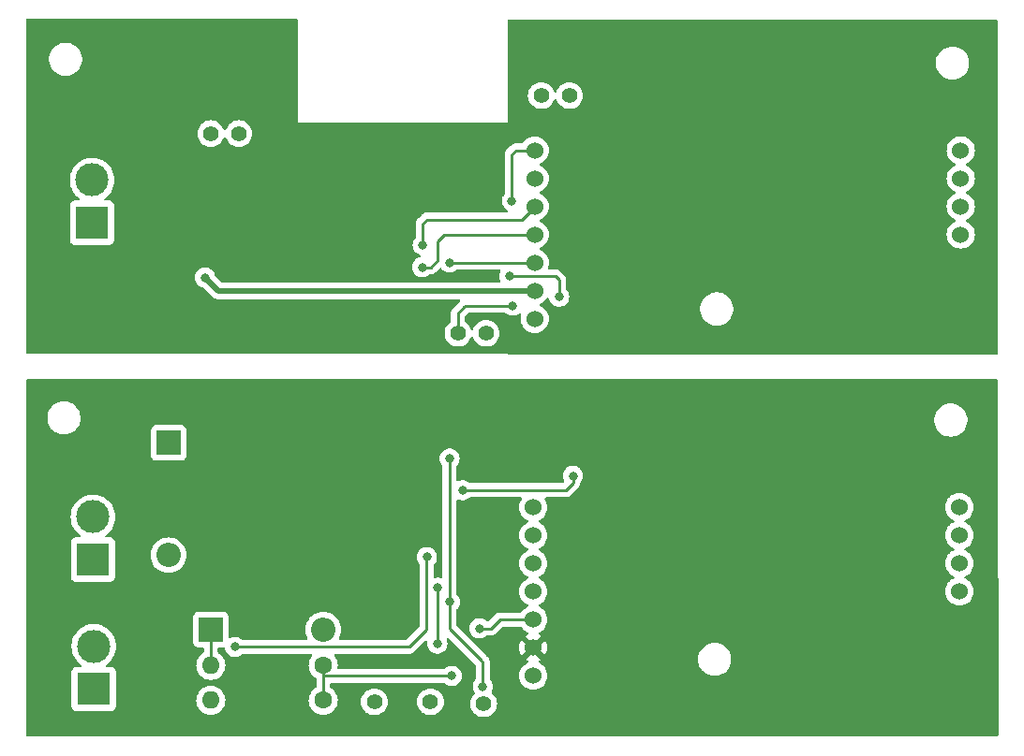
<source format=gbr>
%TF.GenerationSoftware,KiCad,Pcbnew,6.99.0-unknown-492e6548ff~162~ubuntu22.04.1*%
%TF.CreationDate,2022-12-11T13:45:44+01:00*%
%TF.ProjectId,lora_dual,6c6f7261-5f64-4756-916c-2e6b69636164,rev?*%
%TF.SameCoordinates,Original*%
%TF.FileFunction,Copper,L2,Bot*%
%TF.FilePolarity,Positive*%
%FSLAX46Y46*%
G04 Gerber Fmt 4.6, Leading zero omitted, Abs format (unit mm)*
G04 Created by KiCad (PCBNEW 6.99.0-unknown-492e6548ff~162~ubuntu22.04.1) date 2022-12-11 13:45:44*
%MOMM*%
%LPD*%
G01*
G04 APERTURE LIST*
%TA.AperFunction,ComponentPad*%
%ADD10C,1.600000*%
%TD*%
%TA.AperFunction,ComponentPad*%
%ADD11O,1.600000X1.600000*%
%TD*%
%TA.AperFunction,ComponentPad*%
%ADD12C,1.400000*%
%TD*%
%TA.AperFunction,ComponentPad*%
%ADD13C,1.524000*%
%TD*%
%TA.AperFunction,ComponentPad*%
%ADD14R,2.200000X2.200000*%
%TD*%
%TA.AperFunction,ComponentPad*%
%ADD15O,2.200000X2.200000*%
%TD*%
%TA.AperFunction,ComponentPad*%
%ADD16R,3.000000X3.000000*%
%TD*%
%TA.AperFunction,ComponentPad*%
%ADD17C,3.000000*%
%TD*%
%TA.AperFunction,ViaPad*%
%ADD18C,0.800000*%
%TD*%
%TA.AperFunction,ViaPad*%
%ADD19C,1.600000*%
%TD*%
%TA.AperFunction,Conductor*%
%ADD20C,0.500000*%
%TD*%
%TA.AperFunction,Conductor*%
%ADD21C,0.250000*%
%TD*%
G04 APERTURE END LIST*
D10*
%TO.P,R4,1*%
%TO.N,Net-(JP2-Pad1)*%
X162480000Y-156900000D03*
D11*
%TO.P,R4,2*%
%TO.N,GND*%
X152319999Y-156899999D03*
%TD*%
D12*
%TO.P,J3,1,Pin_1*%
%TO.N,Net-(J3-Pad1)*%
X184725000Y-102190000D03*
%TO.P,J3,2,Pin_2*%
%TO.N,Net-(J3-Pad2)*%
X182185000Y-102190000D03*
%TD*%
D10*
%TO.P,R1,1*%
%TO.N,Net-(JP2-Pad1)*%
X162480000Y-153750000D03*
D11*
%TO.P,R1,2*%
%TO.N,Net-(D2-Pad1)*%
X152319999Y-153749999D03*
%TD*%
D12*
%TO.P,H4,1,1*%
%TO.N,/ADC*%
X172175000Y-157050000D03*
%TD*%
D13*
%TO.P,U7,1,M0*%
%TO.N,Net-(JP7-Pad2)*%
X181470000Y-139445000D03*
%TO.P,U7,2,M1*%
%TO.N,Net-(JP6-Pad2)*%
X181470000Y-141985000D03*
%TO.P,U7,3,RXD*%
%TO.N,Net-(Q1-Pad2)*%
X181470000Y-144525000D03*
%TO.P,U7,4,TXD*%
%TO.N,Net-(R13-Pad2)*%
X181470000Y-147065000D03*
%TO.P,U7,5,AUX*%
%TO.N,Net-(JP4-Pad2)*%
X181470000Y-149605000D03*
%TO.P,U7,6,VCC*%
%TO.N,+5V*%
X181470000Y-152145000D03*
%TO.P,U7,7,GND*%
%TO.N,GND*%
X181470000Y-154685000D03*
%TO.P,U7,8,Fixing_Hole*%
%TO.N,unconnected-(U7-Pad8)*%
X219975000Y-147059000D03*
%TO.P,U7,9,Fixing_Hole*%
%TO.N,unconnected-(U7-Pad9)*%
X219975000Y-144519000D03*
%TO.P,U7,10,Fixing_Hole*%
%TO.N,unconnected-(U7-Pad10)*%
X219975000Y-141979000D03*
%TO.P,U7,11*%
%TO.N,N/C*%
X219975000Y-139439000D03*
%TD*%
D12*
%TO.P,JP5,1,A*%
%TO.N,Net-(JP5-Pad1)*%
X154860000Y-105630000D03*
%TO.P,JP5,2,B*%
%TO.N,GND*%
X152320000Y-105630000D03*
%TD*%
%TO.P,H3,1,1*%
%TO.N,/AUX*%
X167100000Y-157050000D03*
%TD*%
D13*
%TO.P,U4,1,M0*%
%TO.N,Net-(U4-Pad1)*%
X181590000Y-107150000D03*
%TO.P,U4,2,M1*%
%TO.N,Net-(U4-Pad2)*%
X181590000Y-109690000D03*
%TO.P,U4,3,RXD*%
%TO.N,Net-(R6-Pad1)*%
X181590000Y-112230000D03*
%TO.P,U4,4,TXD*%
%TO.N,Net-(R7-Pad1)*%
X181590000Y-114770000D03*
%TO.P,U4,5,AUX*%
%TO.N,Net-(R8-Pad1)*%
X181590000Y-117310000D03*
%TO.P,U4,6,VCC*%
%TO.N,+5V*%
X181590000Y-119850000D03*
%TO.P,U4,7,GND*%
%TO.N,GND*%
X181590000Y-122390000D03*
%TO.P,U4,8,Fixing_Hole*%
%TO.N,unconnected-(U4-Pad8)*%
X220095000Y-114764000D03*
%TO.P,U4,9,Fixing_Hole*%
%TO.N,unconnected-(U4-Pad9)*%
X220095000Y-112224000D03*
%TO.P,U4,10,Fixing_Hole*%
%TO.N,unconnected-(U4-Pad10)*%
X220095000Y-109684000D03*
%TO.P,U4,11*%
%TO.N,N/C*%
X220095000Y-107144000D03*
%TD*%
D14*
%TO.P,D2,1,K*%
%TO.N,Net-(D2-Pad1)*%
X152319999Y-150499999D03*
D15*
%TO.P,D2,2,A*%
%TO.N,Net-(C2-Pad1)*%
X162479999Y-150499999D03*
%TD*%
D12*
%TO.P,JP1,1,A*%
%TO.N,GND*%
X177200000Y-123700000D03*
%TO.P,JP1,2,B*%
%TO.N,Net-(JP1-Pad2)*%
X174660000Y-123700000D03*
%TD*%
D16*
%TO.P,J4,1,Pin_1*%
%TO.N,GND*%
X141599999Y-113699999D03*
D17*
%TO.P,J4,2,Pin_2*%
%TO.N,+5V*%
X141600000Y-109820000D03*
%TD*%
D12*
%TO.P,H5,1,1*%
%TO.N,/MODE*%
X176975000Y-157225000D03*
%TD*%
D16*
%TO.P,J2,1,Pin_1*%
%TO.N,GND*%
X141749999Y-155899999D03*
D17*
%TO.P,J2,2,Pin_2*%
%TO.N,Net-(J2-Pad2)*%
X141750000Y-152020000D03*
%TD*%
D16*
%TO.P,J1,1,Pin_1*%
%TO.N,GND*%
X141674999Y-144182499D03*
D17*
%TO.P,J1,2,Pin_2*%
%TO.N,Net-(C2-Pad1)*%
X141675000Y-140302500D03*
%TD*%
D14*
%TO.P,D1,1,K*%
%TO.N,Net-(D1-Pad1)*%
X148499999Y-133619999D03*
D15*
%TO.P,D1,2,A*%
%TO.N,GND*%
X148499999Y-143779999D03*
%TD*%
D18*
%TO.N,+5V*%
X163400000Y-146500000D03*
X175350000Y-141300000D03*
X149712500Y-148637500D03*
X180250000Y-136600000D03*
X151800000Y-118650000D03*
X165025000Y-146500000D03*
D19*
X165000000Y-132900000D03*
D18*
%TO.N,+3V3*%
X159300000Y-121700000D03*
X156030000Y-114450000D03*
X154930000Y-114450000D03*
X162050000Y-121350000D03*
X185550000Y-116120000D03*
X157362500Y-107462500D03*
X185567500Y-113457500D03*
X153780000Y-114450000D03*
%TO.N,Net-(C7-Pad1)*%
X154500000Y-152075000D03*
X171850000Y-143950000D03*
%TO.N,/ADC*%
X172825000Y-146725000D03*
X172800000Y-151800000D03*
%TO.N,Net-(JP1-Pad2)*%
X179600000Y-121200000D03*
%TO.N,Net-(JP2-Pad1)*%
X174100000Y-154700000D03*
%TO.N,Net-(JP4-Pad2)*%
X176600000Y-150400000D03*
%TO.N,/MODE*%
X173900000Y-135025000D03*
X176900489Y-155649511D03*
X173915000Y-148024500D03*
%TO.N,Net-(R6-Pad1)*%
X171470000Y-115720000D03*
%TO.N,Net-(R7-Pad1)*%
X171420000Y-117720000D03*
%TO.N,Net-(R8-Pad1)*%
X173910000Y-117300000D03*
%TO.N,Net-(R9-Pad1)*%
X183800000Y-120400000D03*
X179300000Y-118550000D03*
%TO.N,Net-(U4-Pad1)*%
X179530000Y-111730000D03*
%TO.N,Net-(JP6-Pad1)*%
X185050000Y-136600000D03*
X175100000Y-137900000D03*
%TD*%
D20*
%TO.N,+5V*%
X153000000Y-119850000D02*
X151800000Y-118650000D01*
X181590000Y-119850000D02*
X153000000Y-119850000D01*
D21*
%TO.N,Net-(C7-Pad1)*%
X171825000Y-143975000D02*
X171850000Y-143950000D01*
X154500000Y-152075000D02*
X170250000Y-152075000D01*
X170250000Y-152075000D02*
X171825000Y-150500000D01*
X171825000Y-150500000D02*
X171825000Y-143975000D01*
%TO.N,Net-(D2-Pad1)*%
X152320000Y-150500000D02*
X152320000Y-153750000D01*
X152325000Y-153460000D02*
X152340000Y-153475000D01*
%TO.N,/ADC*%
X172825000Y-146725000D02*
X172825000Y-151775000D01*
X172825000Y-151775000D02*
X172800000Y-151800000D01*
%TO.N,Net-(JP1-Pad2)*%
X174660000Y-121890000D02*
X175200000Y-121350000D01*
X179550000Y-121150000D02*
X179600000Y-121200000D01*
X175350000Y-121200000D02*
X175200000Y-121350000D01*
X179600000Y-121200000D02*
X175350000Y-121200000D01*
X174660000Y-123700000D02*
X174660000Y-121890000D01*
%TO.N,Net-(JP2-Pad1)*%
X162480000Y-154720000D02*
X162480000Y-156900000D01*
X174100000Y-154700000D02*
X162500000Y-154700000D01*
X162480000Y-153750000D02*
X162480000Y-154720000D01*
X162500000Y-154700000D02*
X162480000Y-154720000D01*
%TO.N,Net-(JP4-Pad2)*%
X176600000Y-150400000D02*
X177650000Y-150400000D01*
X178445000Y-149605000D02*
X181470000Y-149605000D01*
X177650000Y-150400000D02*
X178445000Y-149605000D01*
%TO.N,/MODE*%
X173900000Y-147875000D02*
X173900000Y-135025000D01*
X176900489Y-155649511D02*
X176900489Y-153450489D01*
X173900000Y-150450000D02*
X173900000Y-147875000D01*
X176900489Y-153450489D02*
X176800000Y-153350000D01*
X176800000Y-153350000D02*
X173900000Y-150450000D01*
%TO.N,Net-(R6-Pad1)*%
X181590000Y-112230000D02*
X180420000Y-113400000D01*
X171870000Y-113400000D02*
X171470000Y-113800000D01*
X180420000Y-113400000D02*
X171870000Y-113400000D01*
X171470000Y-113800000D02*
X171470000Y-115720000D01*
%TO.N,Net-(R7-Pad1)*%
X172180000Y-117720000D02*
X171420000Y-117720000D01*
X172790000Y-115410000D02*
X172790000Y-117110000D01*
X172790000Y-117110000D02*
X172180000Y-117720000D01*
X181590000Y-114770000D02*
X173430000Y-114770000D01*
X173430000Y-114770000D02*
X172790000Y-115410000D01*
%TO.N,Net-(R8-Pad1)*%
X181590000Y-117310000D02*
X173910000Y-117300000D01*
%TO.N,Net-(R9-Pad1)*%
X183450000Y-118550000D02*
X183800000Y-118900000D01*
X179300000Y-118550000D02*
X183450000Y-118550000D01*
X183800000Y-118900000D02*
X183800000Y-120400000D01*
%TO.N,Net-(U4-Pad1)*%
X181590000Y-107150000D02*
X179900000Y-107150000D01*
X179510000Y-107540000D02*
X179510000Y-111710000D01*
X179510000Y-111710000D02*
X179530000Y-111730000D01*
X179900000Y-107150000D02*
X179510000Y-107540000D01*
%TO.N,Net-(JP6-Pad1)*%
X185050000Y-137250000D02*
X184400000Y-137900000D01*
X185050000Y-136600000D02*
X185050000Y-137250000D01*
X184400000Y-137900000D02*
X175100000Y-137900000D01*
%TD*%
%TA.AperFunction,Conductor*%
%TO.N,+5V*%
G36*
X223371749Y-127871852D02*
G01*
X223417862Y-127917813D01*
X223434877Y-127980656D01*
X223482465Y-143363195D01*
X223497845Y-148335000D01*
X223499499Y-148869434D01*
X223499500Y-148869824D01*
X223499500Y-160054055D01*
X223482624Y-160117047D01*
X223436517Y-160163165D01*
X223373530Y-160180054D01*
X191642883Y-160187256D01*
X149969785Y-160196715D01*
X135726529Y-160199948D01*
X135663517Y-160183077D01*
X135617386Y-160136956D01*
X135600500Y-160073948D01*
X135600500Y-152020000D01*
X139736807Y-152020000D01*
X139737101Y-152024298D01*
X139753560Y-152264928D01*
X139755558Y-152294130D01*
X139756431Y-152298331D01*
X139756432Y-152298338D01*
X139801651Y-152515938D01*
X139811462Y-152563153D01*
X139812899Y-152567196D01*
X139812902Y-152567207D01*
X139902037Y-152818008D01*
X139902040Y-152818015D01*
X139903477Y-152822058D01*
X139905451Y-152825869D01*
X139905453Y-152825872D01*
X140027906Y-153062197D01*
X140027909Y-153062202D01*
X140029889Y-153066023D01*
X140032374Y-153069544D01*
X140032375Y-153069545D01*
X140051883Y-153097182D01*
X140188343Y-153290502D01*
X140191281Y-153293648D01*
X140191282Y-153293649D01*
X140202880Y-153306067D01*
X140375889Y-153491314D01*
X140589031Y-153664718D01*
X140588680Y-153665148D01*
X140627241Y-153710615D01*
X140639635Y-153772385D01*
X140620574Y-153832434D01*
X140574824Y-153875749D01*
X140513823Y-153891500D01*
X140201362Y-153891500D01*
X140198015Y-153891859D01*
X140198011Y-153891860D01*
X140148632Y-153897168D01*
X140148625Y-153897169D01*
X140140799Y-153898011D01*
X140133423Y-153900761D01*
X140133419Y-153900763D01*
X140012236Y-153945962D01*
X140012230Y-153945965D01*
X140003796Y-153949111D01*
X139996588Y-153954506D01*
X139996582Y-153954510D01*
X139893950Y-154031340D01*
X139893946Y-154031343D01*
X139886739Y-154036739D01*
X139881343Y-154043946D01*
X139881340Y-154043950D01*
X139804510Y-154146582D01*
X139804506Y-154146588D01*
X139799111Y-154153796D01*
X139795965Y-154162230D01*
X139795962Y-154162236D01*
X139750763Y-154283419D01*
X139750761Y-154283423D01*
X139748011Y-154290799D01*
X139747169Y-154298625D01*
X139747168Y-154298632D01*
X139743288Y-154334728D01*
X139741500Y-154351362D01*
X139741500Y-157448638D01*
X139741859Y-157451985D01*
X139741860Y-157451988D01*
X139747168Y-157501367D01*
X139747169Y-157501373D01*
X139748011Y-157509201D01*
X139750762Y-157516578D01*
X139750763Y-157516580D01*
X139795962Y-157637763D01*
X139795964Y-157637766D01*
X139799111Y-157646204D01*
X139804508Y-157653414D01*
X139804510Y-157653417D01*
X139810234Y-157661063D01*
X139886739Y-157763261D01*
X139893950Y-157768659D01*
X139983990Y-157836063D01*
X140003796Y-157850889D01*
X140140799Y-157901989D01*
X140201362Y-157908500D01*
X143295269Y-157908500D01*
X143298638Y-157908500D01*
X143359201Y-157901989D01*
X143496204Y-157850889D01*
X143613261Y-157763261D01*
X143700889Y-157646204D01*
X143751989Y-157509201D01*
X143758500Y-157448638D01*
X143758500Y-156900000D01*
X151006502Y-156900000D01*
X151026457Y-157128087D01*
X151085716Y-157349243D01*
X151182477Y-157556749D01*
X151185630Y-157561252D01*
X151185633Y-157561257D01*
X151245114Y-157646204D01*
X151313802Y-157744300D01*
X151475700Y-157906198D01*
X151663251Y-158037523D01*
X151870757Y-158134284D01*
X152091913Y-158193543D01*
X152320000Y-158213498D01*
X152548087Y-158193543D01*
X152769243Y-158134284D01*
X152976749Y-158037523D01*
X153164300Y-157906198D01*
X153326198Y-157744300D01*
X153457523Y-157556749D01*
X153554284Y-157349243D01*
X153613543Y-157128087D01*
X153633498Y-156900000D01*
X153613543Y-156671913D01*
X153554284Y-156450757D01*
X153457523Y-156243251D01*
X153452500Y-156236078D01*
X153369498Y-156117539D01*
X153326198Y-156055700D01*
X153164300Y-155893802D01*
X153083013Y-155836884D01*
X152981257Y-155765633D01*
X152981252Y-155765630D01*
X152976749Y-155762477D01*
X152769243Y-155665716D01*
X152548087Y-155606457D01*
X152542611Y-155605977D01*
X152542606Y-155605977D01*
X152325475Y-155586981D01*
X152320000Y-155586502D01*
X152314525Y-155586981D01*
X152097393Y-155605977D01*
X152097386Y-155605978D01*
X152091913Y-155606457D01*
X152086599Y-155607880D01*
X152086598Y-155607881D01*
X151876067Y-155664293D01*
X151876065Y-155664293D01*
X151870757Y-155665716D01*
X151865779Y-155668036D01*
X151865774Y-155668039D01*
X151668238Y-155760151D01*
X151668233Y-155760153D01*
X151663251Y-155762477D01*
X151658752Y-155765627D01*
X151658742Y-155765633D01*
X151480211Y-155890643D01*
X151480208Y-155890645D01*
X151475700Y-155893802D01*
X151471808Y-155897693D01*
X151471802Y-155897699D01*
X151317699Y-156051802D01*
X151317693Y-156051808D01*
X151313802Y-156055700D01*
X151310645Y-156060208D01*
X151310643Y-156060211D01*
X151185633Y-156238742D01*
X151185627Y-156238752D01*
X151182477Y-156243251D01*
X151180153Y-156248233D01*
X151180151Y-156248238D01*
X151088039Y-156445774D01*
X151088036Y-156445779D01*
X151085716Y-156450757D01*
X151084293Y-156456065D01*
X151084293Y-156456067D01*
X151039450Y-156623422D01*
X151026457Y-156671913D01*
X151025978Y-156677386D01*
X151025977Y-156677393D01*
X151011329Y-156844825D01*
X151006502Y-156900000D01*
X143758500Y-156900000D01*
X143758500Y-154351362D01*
X143751989Y-154290799D01*
X143700889Y-154153796D01*
X143613261Y-154036739D01*
X143560242Y-153997049D01*
X143503417Y-153954510D01*
X143503414Y-153954508D01*
X143496204Y-153949111D01*
X143487766Y-153945964D01*
X143487763Y-153945962D01*
X143366580Y-153900763D01*
X143366578Y-153900762D01*
X143359201Y-153898011D01*
X143351373Y-153897169D01*
X143351367Y-153897168D01*
X143301988Y-153891860D01*
X143301985Y-153891859D01*
X143298638Y-153891500D01*
X143295269Y-153891500D01*
X142986177Y-153891500D01*
X142925176Y-153875749D01*
X142879426Y-153832434D01*
X142860365Y-153772385D01*
X142872759Y-153710615D01*
X142911319Y-153665148D01*
X142910969Y-153664718D01*
X142910969Y-153664717D01*
X143124111Y-153491314D01*
X143311657Y-153290502D01*
X143470111Y-153066023D01*
X143596523Y-152822058D01*
X143688538Y-152563153D01*
X143744442Y-152294130D01*
X143763193Y-152020000D01*
X143744442Y-151745870D01*
X143724237Y-151648638D01*
X150711500Y-151648638D01*
X150711859Y-151651985D01*
X150711860Y-151651988D01*
X150717168Y-151701367D01*
X150717169Y-151701373D01*
X150718011Y-151709201D01*
X150720762Y-151716578D01*
X150720763Y-151716580D01*
X150765962Y-151837763D01*
X150765964Y-151837766D01*
X150769111Y-151846204D01*
X150774508Y-151853414D01*
X150774510Y-151853417D01*
X150823088Y-151918309D01*
X150856739Y-151963261D01*
X150863950Y-151968659D01*
X150938274Y-152024298D01*
X150973796Y-152050889D01*
X151110799Y-152101989D01*
X151171362Y-152108500D01*
X151560500Y-152108500D01*
X151623500Y-152125381D01*
X151669619Y-152171500D01*
X151686500Y-152234500D01*
X151686500Y-152530606D01*
X151672263Y-152588786D01*
X151632771Y-152633819D01*
X151480211Y-152740643D01*
X151480208Y-152740645D01*
X151475700Y-152743802D01*
X151471808Y-152747693D01*
X151471802Y-152747699D01*
X151317699Y-152901802D01*
X151317693Y-152901808D01*
X151313802Y-152905700D01*
X151310645Y-152910208D01*
X151310643Y-152910211D01*
X151185633Y-153088742D01*
X151185627Y-153088752D01*
X151182477Y-153093251D01*
X151180153Y-153098233D01*
X151180151Y-153098238D01*
X151088039Y-153295774D01*
X151088036Y-153295779D01*
X151085716Y-153300757D01*
X151084293Y-153306065D01*
X151084293Y-153306067D01*
X151055212Y-153414598D01*
X151026457Y-153521913D01*
X151025978Y-153527386D01*
X151025977Y-153527393D01*
X151009748Y-153712893D01*
X151006502Y-153750000D01*
X151006981Y-153755475D01*
X151022207Y-153929518D01*
X151026457Y-153978087D01*
X151085716Y-154199243D01*
X151088038Y-154204223D01*
X151088039Y-154204225D01*
X151143294Y-154322721D01*
X151182477Y-154406749D01*
X151185630Y-154411252D01*
X151185633Y-154411257D01*
X151222240Y-154463537D01*
X151313802Y-154594300D01*
X151475700Y-154756198D01*
X151609634Y-154849980D01*
X151632771Y-154866181D01*
X151663251Y-154887523D01*
X151870757Y-154984284D01*
X152091913Y-155043543D01*
X152320000Y-155063498D01*
X152548087Y-155043543D01*
X152769243Y-154984284D01*
X152976749Y-154887523D01*
X153164300Y-154756198D01*
X153326198Y-154594300D01*
X153457523Y-154406749D01*
X153554284Y-154199243D01*
X153613543Y-153978087D01*
X153633498Y-153750000D01*
X153613543Y-153521913D01*
X153554284Y-153300757D01*
X153457523Y-153093251D01*
X153441611Y-153070527D01*
X153379713Y-152982127D01*
X153326198Y-152905700D01*
X153164300Y-152743802D01*
X153087822Y-152690251D01*
X153007229Y-152633819D01*
X152967737Y-152588786D01*
X152953500Y-152530606D01*
X152953500Y-152234500D01*
X152970381Y-152171500D01*
X153016500Y-152125381D01*
X153079500Y-152108500D01*
X153465260Y-152108500D01*
X153468638Y-152108500D01*
X153470158Y-152108336D01*
X153531661Y-152120783D01*
X153579704Y-152161763D01*
X153601831Y-152220906D01*
X153606458Y-152264928D01*
X153608497Y-152271205D01*
X153608498Y-152271207D01*
X153663430Y-152440271D01*
X153663433Y-152440278D01*
X153665473Y-152446556D01*
X153760960Y-152611944D01*
X153888747Y-152753866D01*
X154043248Y-152866118D01*
X154217712Y-152943794D01*
X154404513Y-152983500D01*
X154588884Y-152983500D01*
X154595487Y-152983500D01*
X154782288Y-152943794D01*
X154956752Y-152866118D01*
X155111253Y-152753866D01*
X155115669Y-152748961D01*
X155120580Y-152744540D01*
X155121275Y-152745312D01*
X155156953Y-152719392D01*
X155208200Y-152708500D01*
X161369839Y-152708500D01*
X161435204Y-152726781D01*
X161481602Y-152776320D01*
X161495569Y-152842741D01*
X161473052Y-152906771D01*
X161345633Y-153088742D01*
X161345627Y-153088752D01*
X161342477Y-153093251D01*
X161340153Y-153098233D01*
X161340151Y-153098238D01*
X161248039Y-153295774D01*
X161248036Y-153295779D01*
X161245716Y-153300757D01*
X161244293Y-153306065D01*
X161244293Y-153306067D01*
X161215212Y-153414598D01*
X161186457Y-153521913D01*
X161185978Y-153527386D01*
X161185977Y-153527393D01*
X161169748Y-153712893D01*
X161166502Y-153750000D01*
X161166981Y-153755475D01*
X161182207Y-153929518D01*
X161186457Y-153978087D01*
X161245716Y-154199243D01*
X161248038Y-154204223D01*
X161248039Y-154204225D01*
X161303294Y-154322721D01*
X161342477Y-154406749D01*
X161345630Y-154411252D01*
X161345633Y-154411257D01*
X161382240Y-154463537D01*
X161473802Y-154594300D01*
X161635700Y-154756198D01*
X161735586Y-154826139D01*
X161792771Y-154866181D01*
X161832263Y-154911214D01*
X161846500Y-154969394D01*
X161846500Y-155680606D01*
X161832263Y-155738786D01*
X161792771Y-155783819D01*
X161640211Y-155890643D01*
X161640208Y-155890645D01*
X161635700Y-155893802D01*
X161631808Y-155897693D01*
X161631802Y-155897699D01*
X161477699Y-156051802D01*
X161477693Y-156051808D01*
X161473802Y-156055700D01*
X161470645Y-156060208D01*
X161470643Y-156060211D01*
X161345633Y-156238742D01*
X161345627Y-156238752D01*
X161342477Y-156243251D01*
X161340153Y-156248233D01*
X161340151Y-156248238D01*
X161248039Y-156445774D01*
X161248036Y-156445779D01*
X161245716Y-156450757D01*
X161244293Y-156456065D01*
X161244293Y-156456067D01*
X161199450Y-156623422D01*
X161186457Y-156671913D01*
X161185978Y-156677386D01*
X161185977Y-156677393D01*
X161171329Y-156844825D01*
X161166502Y-156900000D01*
X161186457Y-157128087D01*
X161245716Y-157349243D01*
X161342477Y-157556749D01*
X161345630Y-157561252D01*
X161345633Y-157561257D01*
X161405114Y-157646204D01*
X161473802Y-157744300D01*
X161635700Y-157906198D01*
X161823251Y-158037523D01*
X162030757Y-158134284D01*
X162251913Y-158193543D01*
X162480000Y-158213498D01*
X162708087Y-158193543D01*
X162929243Y-158134284D01*
X163136749Y-158037523D01*
X163324300Y-157906198D01*
X163486198Y-157744300D01*
X163617523Y-157556749D01*
X163714284Y-157349243D01*
X163773543Y-157128087D01*
X163780375Y-157050000D01*
X165886884Y-157050000D01*
X165887363Y-157055475D01*
X165902673Y-157230475D01*
X165905314Y-157260655D01*
X165906738Y-157265969D01*
X165956581Y-157451988D01*
X165960044Y-157464910D01*
X165962366Y-157469890D01*
X165962367Y-157469892D01*
X166040646Y-157637763D01*
X166049411Y-157656558D01*
X166052563Y-157661059D01*
X166052565Y-157661063D01*
X166167539Y-157825264D01*
X166167543Y-157825268D01*
X166170699Y-157829776D01*
X166320224Y-157979301D01*
X166324732Y-157982457D01*
X166324735Y-157982460D01*
X166398865Y-158034366D01*
X166493442Y-158100589D01*
X166685090Y-158189956D01*
X166889345Y-158244686D01*
X167100000Y-158263116D01*
X167310655Y-158244686D01*
X167514910Y-158189956D01*
X167706558Y-158100589D01*
X167879776Y-157979301D01*
X168029301Y-157829776D01*
X168150589Y-157656558D01*
X168239956Y-157464910D01*
X168294686Y-157260655D01*
X168313116Y-157050000D01*
X170961884Y-157050000D01*
X170962363Y-157055475D01*
X170977673Y-157230475D01*
X170980314Y-157260655D01*
X170981738Y-157265969D01*
X171031581Y-157451988D01*
X171035044Y-157464910D01*
X171037366Y-157469890D01*
X171037367Y-157469892D01*
X171115646Y-157637763D01*
X171124411Y-157656558D01*
X171127563Y-157661059D01*
X171127565Y-157661063D01*
X171242539Y-157825264D01*
X171242543Y-157825268D01*
X171245699Y-157829776D01*
X171395224Y-157979301D01*
X171399732Y-157982457D01*
X171399735Y-157982460D01*
X171473865Y-158034366D01*
X171568442Y-158100589D01*
X171760090Y-158189956D01*
X171964345Y-158244686D01*
X172175000Y-158263116D01*
X172385655Y-158244686D01*
X172589910Y-158189956D01*
X172781558Y-158100589D01*
X172954776Y-157979301D01*
X173104301Y-157829776D01*
X173225589Y-157656558D01*
X173314956Y-157464910D01*
X173369686Y-157260655D01*
X173388116Y-157050000D01*
X173369686Y-156839345D01*
X173314956Y-156635090D01*
X173225589Y-156443442D01*
X173222434Y-156438936D01*
X173107460Y-156274735D01*
X173107457Y-156274732D01*
X173104301Y-156270224D01*
X172954776Y-156120699D01*
X172950268Y-156117543D01*
X172950264Y-156117539D01*
X172786063Y-156002565D01*
X172786059Y-156002563D01*
X172781558Y-155999411D01*
X172776579Y-155997089D01*
X172776577Y-155997088D01*
X172594892Y-155912367D01*
X172594890Y-155912366D01*
X172589910Y-155910044D01*
X172584601Y-155908621D01*
X172584600Y-155908621D01*
X172390969Y-155856738D01*
X172390970Y-155856738D01*
X172385655Y-155855314D01*
X172380179Y-155854834D01*
X172380174Y-155854834D01*
X172180475Y-155837363D01*
X172175000Y-155836884D01*
X172169525Y-155837363D01*
X171969825Y-155854834D01*
X171969818Y-155854835D01*
X171964345Y-155855314D01*
X171959031Y-155856737D01*
X171959030Y-155856738D01*
X171765399Y-155908621D01*
X171765394Y-155908622D01*
X171760090Y-155910044D01*
X171755112Y-155912364D01*
X171755107Y-155912367D01*
X171573422Y-155997088D01*
X171573414Y-155997092D01*
X171568442Y-155999411D01*
X171563945Y-156002559D01*
X171563936Y-156002565D01*
X171399735Y-156117539D01*
X171399725Y-156117547D01*
X171395224Y-156120699D01*
X171391334Y-156124588D01*
X171391328Y-156124594D01*
X171249594Y-156266328D01*
X171249588Y-156266334D01*
X171245699Y-156270224D01*
X171242547Y-156274725D01*
X171242539Y-156274735D01*
X171127565Y-156438936D01*
X171127559Y-156438945D01*
X171124411Y-156443442D01*
X171122092Y-156448414D01*
X171122088Y-156448422D01*
X171037367Y-156630107D01*
X171037364Y-156630112D01*
X171035044Y-156635090D01*
X170980314Y-156839345D01*
X170979835Y-156844818D01*
X170979834Y-156844825D01*
X170975486Y-156894525D01*
X170961884Y-157050000D01*
X168313116Y-157050000D01*
X168294686Y-156839345D01*
X168239956Y-156635090D01*
X168150589Y-156443442D01*
X168147434Y-156438936D01*
X168032460Y-156274735D01*
X168032457Y-156274732D01*
X168029301Y-156270224D01*
X167879776Y-156120699D01*
X167875268Y-156117543D01*
X167875264Y-156117539D01*
X167711063Y-156002565D01*
X167711059Y-156002563D01*
X167706558Y-155999411D01*
X167701579Y-155997089D01*
X167701577Y-155997088D01*
X167519892Y-155912367D01*
X167519890Y-155912366D01*
X167514910Y-155910044D01*
X167509601Y-155908621D01*
X167509600Y-155908621D01*
X167315969Y-155856738D01*
X167315970Y-155856738D01*
X167310655Y-155855314D01*
X167305179Y-155854834D01*
X167305174Y-155854834D01*
X167105475Y-155837363D01*
X167100000Y-155836884D01*
X167094525Y-155837363D01*
X166894825Y-155854834D01*
X166894818Y-155854835D01*
X166889345Y-155855314D01*
X166884031Y-155856737D01*
X166884030Y-155856738D01*
X166690399Y-155908621D01*
X166690394Y-155908622D01*
X166685090Y-155910044D01*
X166680112Y-155912364D01*
X166680107Y-155912367D01*
X166498422Y-155997088D01*
X166498414Y-155997092D01*
X166493442Y-155999411D01*
X166488945Y-156002559D01*
X166488936Y-156002565D01*
X166324735Y-156117539D01*
X166324725Y-156117547D01*
X166320224Y-156120699D01*
X166316334Y-156124588D01*
X166316328Y-156124594D01*
X166174594Y-156266328D01*
X166174588Y-156266334D01*
X166170699Y-156270224D01*
X166167547Y-156274725D01*
X166167539Y-156274735D01*
X166052565Y-156438936D01*
X166052559Y-156438945D01*
X166049411Y-156443442D01*
X166047092Y-156448414D01*
X166047088Y-156448422D01*
X165962367Y-156630107D01*
X165962364Y-156630112D01*
X165960044Y-156635090D01*
X165905314Y-156839345D01*
X165904835Y-156844818D01*
X165904834Y-156844825D01*
X165900486Y-156894525D01*
X165886884Y-157050000D01*
X163780375Y-157050000D01*
X163793498Y-156900000D01*
X163773543Y-156671913D01*
X163714284Y-156450757D01*
X163617523Y-156243251D01*
X163612500Y-156236078D01*
X163529498Y-156117539D01*
X163486198Y-156055700D01*
X163324300Y-155893802D01*
X163243013Y-155836884D01*
X163167229Y-155783819D01*
X163127737Y-155738786D01*
X163113500Y-155680606D01*
X163113500Y-155459500D01*
X163130381Y-155396500D01*
X163176500Y-155350381D01*
X163239500Y-155333500D01*
X173391800Y-155333500D01*
X173443047Y-155344392D01*
X173478724Y-155370312D01*
X173479420Y-155369540D01*
X173484331Y-155373962D01*
X173488747Y-155378866D01*
X173643248Y-155491118D01*
X173817712Y-155568794D01*
X174004513Y-155608500D01*
X174188884Y-155608500D01*
X174195487Y-155608500D01*
X174382288Y-155568794D01*
X174556752Y-155491118D01*
X174711253Y-155378866D01*
X174839040Y-155236944D01*
X174934527Y-155071556D01*
X174993542Y-154889928D01*
X175013504Y-154700000D01*
X174993542Y-154510072D01*
X174934527Y-154328444D01*
X174839040Y-154163056D01*
X174711253Y-154021134D01*
X174705911Y-154017253D01*
X174705908Y-154017250D01*
X174607788Y-153945962D01*
X174556752Y-153908882D01*
X174382288Y-153831206D01*
X174375835Y-153829834D01*
X174375831Y-153829833D01*
X174201943Y-153792872D01*
X174201940Y-153792871D01*
X174195487Y-153791500D01*
X174004513Y-153791500D01*
X173998060Y-153792871D01*
X173998056Y-153792872D01*
X173824168Y-153829833D01*
X173824161Y-153829835D01*
X173817712Y-153831206D01*
X173811682Y-153833890D01*
X173811681Y-153833891D01*
X173649278Y-153906197D01*
X173649275Y-153906198D01*
X173643248Y-153908882D01*
X173637907Y-153912762D01*
X173637906Y-153912763D01*
X173494086Y-154017254D01*
X173494080Y-154017259D01*
X173488747Y-154021134D01*
X173484333Y-154026035D01*
X173479420Y-154030460D01*
X173478724Y-154029687D01*
X173443047Y-154055608D01*
X173391800Y-154066500D01*
X163903313Y-154066500D01*
X163837166Y-154047741D01*
X163790715Y-153997049D01*
X163777792Y-153929518D01*
X163779598Y-153908882D01*
X163793498Y-153750000D01*
X163773543Y-153521913D01*
X163714284Y-153300757D01*
X163617523Y-153093251D01*
X163601611Y-153070527D01*
X163486948Y-152906771D01*
X163464431Y-152842741D01*
X163478398Y-152776320D01*
X163524796Y-152726781D01*
X163590161Y-152708500D01*
X170171233Y-152708500D01*
X170182416Y-152709027D01*
X170189909Y-152710702D01*
X170257985Y-152708562D01*
X170261945Y-152708500D01*
X170285894Y-152708500D01*
X170289856Y-152708500D01*
X170293856Y-152707994D01*
X170305699Y-152707061D01*
X170349889Y-152705673D01*
X170369333Y-152700023D01*
X170388702Y-152696012D01*
X170408797Y-152693474D01*
X170449915Y-152677193D01*
X170461117Y-152673357D01*
X170503593Y-152661018D01*
X170521039Y-152650699D01*
X170538769Y-152642013D01*
X170557617Y-152634552D01*
X170593387Y-152608561D01*
X170603298Y-152602051D01*
X170641362Y-152579542D01*
X170655688Y-152565215D01*
X170670717Y-152552378D01*
X170687107Y-152540472D01*
X170715294Y-152506397D01*
X170723262Y-152497640D01*
X171689585Y-151531318D01*
X171742258Y-151499795D01*
X171803581Y-151496903D01*
X171858991Y-151523332D01*
X171895336Y-151572809D01*
X171903986Y-151633587D01*
X171892185Y-151745870D01*
X171886496Y-151800000D01*
X171887186Y-151806565D01*
X171904222Y-151968659D01*
X171906458Y-151989928D01*
X171908495Y-151996200D01*
X171908497Y-151996205D01*
X171963430Y-152165271D01*
X171963433Y-152165278D01*
X171965473Y-152171556D01*
X172060960Y-152336944D01*
X172188747Y-152478866D01*
X172343248Y-152591118D01*
X172517712Y-152668794D01*
X172704513Y-152708500D01*
X172888884Y-152708500D01*
X172895487Y-152708500D01*
X173082288Y-152668794D01*
X173256752Y-152591118D01*
X173411253Y-152478866D01*
X173539040Y-152336944D01*
X173634527Y-152171556D01*
X173693542Y-151989928D01*
X173713504Y-151800000D01*
X173693542Y-151610072D01*
X173648937Y-151472792D01*
X173636569Y-151434728D01*
X173636568Y-151434726D01*
X173634527Y-151428444D01*
X173631222Y-151422719D01*
X173630382Y-151420833D01*
X173620654Y-151352483D01*
X173648403Y-151289267D01*
X173705298Y-151250163D01*
X173774260Y-151246911D01*
X173834583Y-151280487D01*
X176230084Y-153675988D01*
X176257398Y-153716865D01*
X176266989Y-153765083D01*
X176266989Y-154946987D01*
X176258620Y-154992141D01*
X176234627Y-155031294D01*
X176161449Y-155112567D01*
X176158150Y-155118280D01*
X176158147Y-155118285D01*
X176069266Y-155272232D01*
X176065962Y-155277955D01*
X176063923Y-155284229D01*
X176063919Y-155284239D01*
X176008986Y-155453305D01*
X176008984Y-155453312D01*
X176006947Y-155459583D01*
X176006257Y-155466144D01*
X176006257Y-155466146D01*
X176001787Y-155508678D01*
X175986985Y-155649511D01*
X176006947Y-155839439D01*
X176008984Y-155845711D01*
X176008986Y-155845716D01*
X176063919Y-156014782D01*
X176063922Y-156014789D01*
X176065962Y-156021067D01*
X176088562Y-156060211D01*
X176149713Y-156166129D01*
X176159247Y-156182641D01*
X176161449Y-156186455D01*
X176160947Y-156186744D01*
X176181385Y-156236078D01*
X176176771Y-156294728D01*
X176146032Y-156344890D01*
X176045699Y-156445224D01*
X176042547Y-156449725D01*
X176042539Y-156449735D01*
X175927565Y-156613936D01*
X175927559Y-156613945D01*
X175924411Y-156618442D01*
X175922092Y-156623414D01*
X175922088Y-156623422D01*
X175837367Y-156805107D01*
X175837364Y-156805112D01*
X175835044Y-156810090D01*
X175833622Y-156815394D01*
X175833621Y-156815399D01*
X175781738Y-157009030D01*
X175780314Y-157014345D01*
X175779835Y-157019818D01*
X175779834Y-157019825D01*
X175770842Y-157122606D01*
X175761884Y-157225000D01*
X175762363Y-157230475D01*
X175773189Y-157354225D01*
X175780314Y-157435655D01*
X175800021Y-157509201D01*
X175811424Y-157551761D01*
X175835044Y-157639910D01*
X175837366Y-157644890D01*
X175837367Y-157644892D01*
X175895080Y-157768659D01*
X175924411Y-157831558D01*
X175927563Y-157836059D01*
X175927565Y-157836063D01*
X176042539Y-158000264D01*
X176042543Y-158000268D01*
X176045699Y-158004776D01*
X176195224Y-158154301D01*
X176199732Y-158157457D01*
X176199735Y-158157460D01*
X176363936Y-158272434D01*
X176368442Y-158275589D01*
X176560090Y-158364956D01*
X176764345Y-158419686D01*
X176975000Y-158438116D01*
X177185655Y-158419686D01*
X177389910Y-158364956D01*
X177581558Y-158275589D01*
X177754776Y-158154301D01*
X177904301Y-158004776D01*
X178025589Y-157831558D01*
X178114956Y-157639910D01*
X178169686Y-157435655D01*
X178188116Y-157225000D01*
X178169686Y-157014345D01*
X178114956Y-156810090D01*
X178025589Y-156618442D01*
X178022434Y-156613936D01*
X177907460Y-156449735D01*
X177907457Y-156449732D01*
X177904301Y-156445224D01*
X177754776Y-156295699D01*
X177750268Y-156292542D01*
X177750264Y-156292539D01*
X177722369Y-156273007D01*
X177682042Y-156226342D01*
X177668693Y-156166129D01*
X177685521Y-156106794D01*
X177712416Y-156060211D01*
X177735016Y-156021067D01*
X177794031Y-155839439D01*
X177813993Y-155649511D01*
X177794031Y-155459583D01*
X177749547Y-155322677D01*
X177737058Y-155284239D01*
X177737057Y-155284237D01*
X177735016Y-155277955D01*
X177639529Y-155112567D01*
X177566350Y-155031294D01*
X177542358Y-154992141D01*
X177533989Y-154946987D01*
X177533989Y-154685000D01*
X180194647Y-154685000D01*
X180195126Y-154690475D01*
X180213542Y-154900983D01*
X180213543Y-154900989D01*
X180214022Y-154906463D01*
X180215443Y-154911769D01*
X180215445Y-154911776D01*
X180237840Y-154995353D01*
X180271560Y-155121196D01*
X180365512Y-155322677D01*
X180368665Y-155327180D01*
X180368668Y-155327185D01*
X180442794Y-155433046D01*
X180493023Y-155504781D01*
X180650219Y-155661977D01*
X180759913Y-155738786D01*
X180790425Y-155760151D01*
X180832323Y-155789488D01*
X181033804Y-155883440D01*
X181248537Y-155940978D01*
X181470000Y-155960353D01*
X181691463Y-155940978D01*
X181906196Y-155883440D01*
X182107677Y-155789488D01*
X182289781Y-155661977D01*
X182446977Y-155504781D01*
X182574488Y-155322677D01*
X182668440Y-155121196D01*
X182725978Y-154906463D01*
X182745353Y-154685000D01*
X182725978Y-154463537D01*
X182668440Y-154248804D01*
X182574488Y-154047324D01*
X182567076Y-154036739D01*
X182509499Y-153954510D01*
X182446977Y-153865219D01*
X182289781Y-153708023D01*
X182218046Y-153657794D01*
X182112185Y-153583668D01*
X182112180Y-153583665D01*
X182107677Y-153580512D01*
X182102682Y-153578183D01*
X181997035Y-153528919D01*
X181944018Y-153482424D01*
X181924285Y-153414724D01*
X181944018Y-153347024D01*
X181969890Y-153324335D01*
X196349500Y-153324335D01*
X196350356Y-153329469D01*
X196350357Y-153329472D01*
X196383694Y-153529256D01*
X196390429Y-153569614D01*
X196392119Y-153574538D01*
X196392121Y-153574544D01*
X196469478Y-153799878D01*
X196469481Y-153799886D01*
X196471172Y-153804810D01*
X196589526Y-154023509D01*
X196592725Y-154027619D01*
X196722171Y-154193932D01*
X196742262Y-154219744D01*
X196746093Y-154223271D01*
X196746098Y-154223276D01*
X196819448Y-154290799D01*
X196925215Y-154388164D01*
X197133393Y-154524173D01*
X197361119Y-154624063D01*
X197602179Y-154685108D01*
X197787933Y-154700500D01*
X197909453Y-154700500D01*
X197912067Y-154700500D01*
X198097821Y-154685108D01*
X198338881Y-154624063D01*
X198566607Y-154524173D01*
X198774785Y-154388164D01*
X198957738Y-154219744D01*
X199110474Y-154023509D01*
X199228828Y-153804810D01*
X199309571Y-153569614D01*
X199350500Y-153324335D01*
X199350500Y-153075665D01*
X199309571Y-152830386D01*
X199244899Y-152642003D01*
X199230521Y-152600121D01*
X199230520Y-152600119D01*
X199228828Y-152595190D01*
X199110474Y-152376491D01*
X198957738Y-152180256D01*
X198953905Y-152176728D01*
X198953901Y-152176723D01*
X198778624Y-152015370D01*
X198778623Y-152015369D01*
X198774785Y-152011836D01*
X198708697Y-151968659D01*
X198570972Y-151878679D01*
X198566607Y-151875827D01*
X198561831Y-151873732D01*
X198343653Y-151778030D01*
X198343650Y-151778029D01*
X198338881Y-151775937D01*
X198333832Y-151774658D01*
X198333828Y-151774657D01*
X198160766Y-151730832D01*
X198097821Y-151714892D01*
X198092630Y-151714461D01*
X198092625Y-151714461D01*
X197914667Y-151699715D01*
X197914656Y-151699714D01*
X197912067Y-151699500D01*
X197787933Y-151699500D01*
X197785344Y-151699714D01*
X197785332Y-151699715D01*
X197607374Y-151714461D01*
X197607367Y-151714462D01*
X197602179Y-151714892D01*
X197597121Y-151716172D01*
X197597120Y-151716173D01*
X197366171Y-151774657D01*
X197366163Y-151774659D01*
X197361119Y-151775937D01*
X197356352Y-151778027D01*
X197356346Y-151778030D01*
X197138168Y-151873732D01*
X197138163Y-151873734D01*
X197133393Y-151875827D01*
X197129030Y-151878676D01*
X197129027Y-151878679D01*
X196929582Y-152008982D01*
X196929574Y-152008987D01*
X196925215Y-152011836D01*
X196921381Y-152015364D01*
X196921375Y-152015370D01*
X196746098Y-152176723D01*
X196746087Y-152176734D01*
X196742262Y-152180256D01*
X196739069Y-152184358D01*
X196739061Y-152184367D01*
X196592725Y-152372380D01*
X196592721Y-152372385D01*
X196589526Y-152376491D01*
X196587048Y-152381069D01*
X196587046Y-152381073D01*
X196473653Y-152590604D01*
X196473649Y-152590611D01*
X196471172Y-152595190D01*
X196469483Y-152600108D01*
X196469478Y-152600121D01*
X196392121Y-152825455D01*
X196392118Y-152825464D01*
X196390429Y-152830386D01*
X196389572Y-152835519D01*
X196389571Y-152835525D01*
X196351109Y-153066023D01*
X196349500Y-153075665D01*
X196349500Y-153324335D01*
X181969890Y-153324335D01*
X181997035Y-153300529D01*
X182102436Y-153251379D01*
X182111937Y-153245893D01*
X182159301Y-153212728D01*
X182166853Y-153204486D01*
X182160843Y-153195053D01*
X181481729Y-152515939D01*
X181469999Y-152509167D01*
X181458271Y-152515938D01*
X180779152Y-153195056D01*
X180773145Y-153204486D01*
X180780697Y-153212728D01*
X180828065Y-153245896D01*
X180837561Y-153251378D01*
X180942964Y-153300529D01*
X180995981Y-153347024D01*
X181015714Y-153414724D01*
X180995982Y-153482423D01*
X180942965Y-153528918D01*
X180837316Y-153578183D01*
X180837305Y-153578189D01*
X180832324Y-153580512D01*
X180827824Y-153583662D01*
X180827815Y-153583668D01*
X180654730Y-153704864D01*
X180654727Y-153704866D01*
X180650219Y-153708023D01*
X180646327Y-153711914D01*
X180646321Y-153711920D01*
X180496920Y-153861321D01*
X180496914Y-153861327D01*
X180493023Y-153865219D01*
X180489866Y-153869727D01*
X180489864Y-153869730D01*
X180368668Y-154042815D01*
X180368662Y-154042824D01*
X180365512Y-154047324D01*
X180363188Y-154052306D01*
X180363186Y-154052311D01*
X180273883Y-154243821D01*
X180273880Y-154243827D01*
X180271560Y-154248804D01*
X180270137Y-154254112D01*
X180270137Y-154254114D01*
X180215445Y-154458223D01*
X180215443Y-154458232D01*
X180214022Y-154463537D01*
X180213543Y-154469008D01*
X180213542Y-154469016D01*
X180202582Y-154594300D01*
X180194647Y-154685000D01*
X177533989Y-154685000D01*
X177533989Y-153529256D01*
X177534516Y-153518072D01*
X177536191Y-153510580D01*
X177534050Y-153442489D01*
X177533989Y-153438532D01*
X177533989Y-153414598D01*
X177533989Y-153410633D01*
X177533484Y-153406641D01*
X177532551Y-153394794D01*
X177531163Y-153350600D01*
X177525508Y-153331136D01*
X177521502Y-153311790D01*
X177518963Y-153291692D01*
X177502688Y-153250587D01*
X177498842Y-153239354D01*
X177498261Y-153237355D01*
X177486507Y-153196896D01*
X177476197Y-153179462D01*
X177467496Y-153161702D01*
X177460041Y-153142872D01*
X177434054Y-153107105D01*
X177427536Y-153097182D01*
X177409067Y-153065952D01*
X177405031Y-153059127D01*
X177390707Y-153044803D01*
X177377871Y-153029775D01*
X177365961Y-153013382D01*
X177331897Y-152985202D01*
X177323116Y-152977212D01*
X177219770Y-152873865D01*
X176496380Y-152150475D01*
X180195628Y-152150475D01*
X180214037Y-152360895D01*
X180215941Y-152371690D01*
X180270609Y-152575715D01*
X180274355Y-152586007D01*
X180363621Y-152777438D01*
X180369103Y-152786934D01*
X180402270Y-152834301D01*
X180410512Y-152841853D01*
X180419942Y-152835846D01*
X181099059Y-152156730D01*
X181105832Y-152144999D01*
X181834167Y-152144999D01*
X181840939Y-152156729D01*
X182520053Y-152835843D01*
X182529486Y-152841853D01*
X182537728Y-152834301D01*
X182570893Y-152786937D01*
X182576379Y-152777436D01*
X182665644Y-152586007D01*
X182669390Y-152575715D01*
X182724058Y-152371690D01*
X182725962Y-152360895D01*
X182744372Y-152150475D01*
X182744372Y-152139525D01*
X182725962Y-151929104D01*
X182724058Y-151918309D01*
X182669390Y-151714284D01*
X182665644Y-151703992D01*
X182576378Y-151512562D01*
X182570896Y-151503066D01*
X182537728Y-151455697D01*
X182529486Y-151448145D01*
X182520056Y-151454152D01*
X181840938Y-152133271D01*
X181834167Y-152144999D01*
X181105832Y-152144999D01*
X181099060Y-152133270D01*
X180419944Y-151454154D01*
X180410512Y-151448145D01*
X180402270Y-151455698D01*
X180369102Y-151503068D01*
X180363622Y-151512558D01*
X180274355Y-151703992D01*
X180270609Y-151714284D01*
X180215941Y-151918309D01*
X180214037Y-151929104D01*
X180195628Y-152139525D01*
X180195628Y-152150475D01*
X176496380Y-152150475D01*
X174570405Y-150224500D01*
X174543091Y-150183623D01*
X174533500Y-150135405D01*
X174533500Y-148743684D01*
X174541869Y-148698530D01*
X174565864Y-148659373D01*
X174654040Y-148561444D01*
X174749527Y-148396056D01*
X174808542Y-148214428D01*
X174828504Y-148024500D01*
X174808542Y-147834572D01*
X174749527Y-147652944D01*
X174654040Y-147487556D01*
X174565863Y-147389626D01*
X174541869Y-147350470D01*
X174533500Y-147305316D01*
X174533500Y-138836278D01*
X174548769Y-138776156D01*
X174590875Y-138730606D01*
X174649614Y-138710666D01*
X174710748Y-138721170D01*
X174817712Y-138768794D01*
X175004513Y-138808500D01*
X175188884Y-138808500D01*
X175195487Y-138808500D01*
X175382288Y-138768794D01*
X175556752Y-138691118D01*
X175711253Y-138578866D01*
X175715669Y-138573961D01*
X175720580Y-138569540D01*
X175721275Y-138570312D01*
X175756953Y-138544392D01*
X175808200Y-138533500D01*
X180315202Y-138533500D01*
X180380567Y-138551781D01*
X180426965Y-138601320D01*
X180440932Y-138667741D01*
X180418415Y-138731771D01*
X180368668Y-138802815D01*
X180368662Y-138802824D01*
X180365512Y-138807324D01*
X180363188Y-138812306D01*
X180363186Y-138812311D01*
X180273883Y-139003821D01*
X180273880Y-139003827D01*
X180271560Y-139008804D01*
X180270137Y-139014112D01*
X180270137Y-139014114D01*
X180215445Y-139218223D01*
X180215443Y-139218232D01*
X180214022Y-139223537D01*
X180213543Y-139229008D01*
X180213542Y-139229016D01*
X180195651Y-139433525D01*
X180194647Y-139445000D01*
X180195126Y-139450475D01*
X180213542Y-139660983D01*
X180213543Y-139660989D01*
X180214022Y-139666463D01*
X180215443Y-139671769D01*
X180215445Y-139671776D01*
X180237824Y-139755292D01*
X180271560Y-139881196D01*
X180273882Y-139886176D01*
X180273883Y-139886178D01*
X180340188Y-140028370D01*
X180365512Y-140082677D01*
X180368665Y-140087180D01*
X180368668Y-140087185D01*
X180442794Y-140193046D01*
X180493023Y-140264781D01*
X180650219Y-140421977D01*
X180780115Y-140512931D01*
X180827074Y-140545813D01*
X180832323Y-140549488D01*
X180929506Y-140594805D01*
X180942373Y-140600805D01*
X180995390Y-140647300D01*
X181015123Y-140715000D01*
X180995390Y-140782700D01*
X180942373Y-140829195D01*
X180837311Y-140878186D01*
X180837306Y-140878188D01*
X180832324Y-140880512D01*
X180827824Y-140883662D01*
X180827815Y-140883668D01*
X180654730Y-141004864D01*
X180654727Y-141004866D01*
X180650219Y-141008023D01*
X180646327Y-141011914D01*
X180646321Y-141011920D01*
X180496920Y-141161321D01*
X180496914Y-141161327D01*
X180493023Y-141165219D01*
X180489866Y-141169727D01*
X180489864Y-141169730D01*
X180368668Y-141342815D01*
X180368662Y-141342824D01*
X180365512Y-141347324D01*
X180363188Y-141352306D01*
X180363186Y-141352311D01*
X180273883Y-141543821D01*
X180273880Y-141543827D01*
X180271560Y-141548804D01*
X180270137Y-141554112D01*
X180270137Y-141554114D01*
X180215445Y-141758223D01*
X180215443Y-141758232D01*
X180214022Y-141763537D01*
X180213543Y-141769008D01*
X180213542Y-141769016D01*
X180212885Y-141776528D01*
X180194647Y-141985000D01*
X180195126Y-141990475D01*
X180213542Y-142200983D01*
X180213543Y-142200989D01*
X180214022Y-142206463D01*
X180215443Y-142211769D01*
X180215445Y-142211776D01*
X180249934Y-142340489D01*
X180271560Y-142421196D01*
X180365512Y-142622677D01*
X180368665Y-142627180D01*
X180368668Y-142627185D01*
X180379642Y-142642857D01*
X180493023Y-142804781D01*
X180650219Y-142961977D01*
X180763789Y-143041500D01*
X180827074Y-143085813D01*
X180832323Y-143089488D01*
X180929506Y-143134805D01*
X180942373Y-143140805D01*
X180995390Y-143187300D01*
X181015123Y-143255000D01*
X180995390Y-143322700D01*
X180942373Y-143369195D01*
X180837311Y-143418186D01*
X180837306Y-143418188D01*
X180832324Y-143420512D01*
X180827824Y-143423662D01*
X180827815Y-143423668D01*
X180654730Y-143544864D01*
X180654727Y-143544866D01*
X180650219Y-143548023D01*
X180646327Y-143551914D01*
X180646321Y-143551920D01*
X180496920Y-143701321D01*
X180496914Y-143701327D01*
X180493023Y-143705219D01*
X180489866Y-143709727D01*
X180489864Y-143709730D01*
X180368668Y-143882815D01*
X180368662Y-143882824D01*
X180365512Y-143887324D01*
X180363188Y-143892306D01*
X180363186Y-143892311D01*
X180273883Y-144083821D01*
X180273880Y-144083827D01*
X180271560Y-144088804D01*
X180270137Y-144094112D01*
X180270137Y-144094114D01*
X180215445Y-144298223D01*
X180215443Y-144298232D01*
X180214022Y-144303537D01*
X180213543Y-144309008D01*
X180213542Y-144309016D01*
X180198477Y-144481225D01*
X180194647Y-144525000D01*
X180195126Y-144530475D01*
X180213542Y-144740983D01*
X180213543Y-144740989D01*
X180214022Y-144746463D01*
X180215443Y-144751769D01*
X180215445Y-144751776D01*
X180259756Y-144917142D01*
X180271560Y-144961196D01*
X180365512Y-145162677D01*
X180368665Y-145167180D01*
X180368668Y-145167185D01*
X180402169Y-145215029D01*
X180493023Y-145344781D01*
X180650219Y-145501977D01*
X180780115Y-145592931D01*
X180827074Y-145625813D01*
X180832323Y-145629488D01*
X180929506Y-145674805D01*
X180942373Y-145680805D01*
X180995390Y-145727300D01*
X181015123Y-145795000D01*
X180995390Y-145862700D01*
X180942373Y-145909195D01*
X180837311Y-145958186D01*
X180837306Y-145958188D01*
X180832324Y-145960512D01*
X180827824Y-145963662D01*
X180827815Y-145963668D01*
X180654730Y-146084864D01*
X180654727Y-146084866D01*
X180650219Y-146088023D01*
X180646327Y-146091914D01*
X180646321Y-146091920D01*
X180496920Y-146241321D01*
X180496914Y-146241327D01*
X180493023Y-146245219D01*
X180489866Y-146249727D01*
X180489864Y-146249730D01*
X180368668Y-146422815D01*
X180368662Y-146422824D01*
X180365512Y-146427324D01*
X180363188Y-146432306D01*
X180363186Y-146432311D01*
X180273883Y-146623821D01*
X180273880Y-146623827D01*
X180271560Y-146628804D01*
X180270137Y-146634112D01*
X180270137Y-146634114D01*
X180215445Y-146838223D01*
X180215443Y-146838232D01*
X180214022Y-146843537D01*
X180213543Y-146849008D01*
X180213542Y-146849016D01*
X180195651Y-147053525D01*
X180194647Y-147065000D01*
X180195126Y-147070475D01*
X180213542Y-147280983D01*
X180213543Y-147280989D01*
X180214022Y-147286463D01*
X180215443Y-147291769D01*
X180215445Y-147291776D01*
X180241665Y-147389627D01*
X180271560Y-147501196D01*
X180365512Y-147702677D01*
X180368665Y-147707180D01*
X180368668Y-147707185D01*
X180442794Y-147813046D01*
X180493023Y-147884781D01*
X180650219Y-148041977D01*
X180780115Y-148132931D01*
X180827074Y-148165813D01*
X180832323Y-148169488D01*
X180942373Y-148220805D01*
X180995390Y-148267300D01*
X181015123Y-148335000D01*
X180995390Y-148402700D01*
X180942373Y-148449195D01*
X180837311Y-148498186D01*
X180837306Y-148498188D01*
X180832324Y-148500512D01*
X180827824Y-148503662D01*
X180827815Y-148503668D01*
X180654730Y-148624864D01*
X180654727Y-148624866D01*
X180650219Y-148628023D01*
X180646327Y-148631914D01*
X180646321Y-148631920D01*
X180496920Y-148781321D01*
X180496914Y-148781327D01*
X180493023Y-148785219D01*
X180489866Y-148789727D01*
X180489864Y-148789730D01*
X180400209Y-148917771D01*
X180355176Y-148957263D01*
X180296996Y-148971500D01*
X178523768Y-148971500D01*
X178512584Y-148970972D01*
X178505092Y-148969298D01*
X178497166Y-148969547D01*
X178437002Y-148971438D01*
X178433044Y-148971500D01*
X178405144Y-148971500D01*
X178401219Y-148971995D01*
X178401198Y-148971997D01*
X178401124Y-148972007D01*
X178389313Y-148972936D01*
X178353034Y-148974076D01*
X178353026Y-148974077D01*
X178345111Y-148974326D01*
X178337500Y-148976536D01*
X178337493Y-148976538D01*
X178325648Y-148979979D01*
X178306303Y-148983985D01*
X178294072Y-148985530D01*
X178294059Y-148985533D01*
X178286203Y-148986526D01*
X178278839Y-148989441D01*
X178278829Y-148989444D01*
X178245092Y-149002802D01*
X178233865Y-149006646D01*
X178199018Y-149016770D01*
X178199013Y-149016772D01*
X178191407Y-149018982D01*
X178184590Y-149023012D01*
X178184581Y-149023017D01*
X178173960Y-149029298D01*
X178156221Y-149037989D01*
X178144749Y-149042531D01*
X178144746Y-149042532D01*
X178137383Y-149045448D01*
X178130976Y-149050102D01*
X178130972Y-149050105D01*
X178101611Y-149071437D01*
X178091693Y-149077951D01*
X178060465Y-149096419D01*
X178060457Y-149096425D01*
X178053638Y-149100458D01*
X178048036Y-149106058D01*
X178048029Y-149106065D01*
X178039308Y-149114786D01*
X178024287Y-149127615D01*
X178014307Y-149134866D01*
X178014298Y-149134873D01*
X178007893Y-149139528D01*
X178002845Y-149145628D01*
X178002836Y-149145638D01*
X177979700Y-149173604D01*
X177971714Y-149182380D01*
X177424497Y-149729597D01*
X177383623Y-149756909D01*
X177335405Y-149766500D01*
X177308200Y-149766500D01*
X177256953Y-149755608D01*
X177221275Y-149729687D01*
X177220580Y-149730460D01*
X177215667Y-149726037D01*
X177211253Y-149721134D01*
X177056752Y-149608882D01*
X176882288Y-149531206D01*
X176875835Y-149529834D01*
X176875831Y-149529833D01*
X176701943Y-149492872D01*
X176701940Y-149492871D01*
X176695487Y-149491500D01*
X176504513Y-149491500D01*
X176498060Y-149492871D01*
X176498056Y-149492872D01*
X176324168Y-149529833D01*
X176324161Y-149529835D01*
X176317712Y-149531206D01*
X176311682Y-149533890D01*
X176311681Y-149533891D01*
X176149278Y-149606197D01*
X176149275Y-149606198D01*
X176143248Y-149608882D01*
X176137907Y-149612762D01*
X176137906Y-149612763D01*
X175994091Y-149717250D01*
X175994087Y-149717254D01*
X175988747Y-149721134D01*
X175984330Y-149726039D01*
X175984325Y-149726044D01*
X175865379Y-149858148D01*
X175860960Y-149863056D01*
X175857661Y-149868769D01*
X175857658Y-149868774D01*
X175774917Y-150012086D01*
X175765473Y-150028444D01*
X175763434Y-150034718D01*
X175763430Y-150034728D01*
X175708497Y-150203794D01*
X175708495Y-150203801D01*
X175706458Y-150210072D01*
X175705768Y-150216633D01*
X175705768Y-150216635D01*
X175701974Y-150252737D01*
X175686496Y-150400000D01*
X175706458Y-150589928D01*
X175708495Y-150596200D01*
X175708497Y-150596205D01*
X175763430Y-150765271D01*
X175763433Y-150765278D01*
X175765473Y-150771556D01*
X175860960Y-150936944D01*
X175988747Y-151078866D01*
X175994089Y-151082747D01*
X175994091Y-151082749D01*
X176010876Y-151094944D01*
X176143248Y-151191118D01*
X176317712Y-151268794D01*
X176504513Y-151308500D01*
X176688884Y-151308500D01*
X176695487Y-151308500D01*
X176882288Y-151268794D01*
X177056752Y-151191118D01*
X177211253Y-151078866D01*
X177215669Y-151073961D01*
X177220580Y-151069540D01*
X177221275Y-151070312D01*
X177256953Y-151044392D01*
X177308200Y-151033500D01*
X177571233Y-151033500D01*
X177582416Y-151034027D01*
X177589909Y-151035702D01*
X177657985Y-151033562D01*
X177661945Y-151033500D01*
X177685894Y-151033500D01*
X177689856Y-151033500D01*
X177693856Y-151032994D01*
X177705699Y-151032061D01*
X177749889Y-151030673D01*
X177769333Y-151025023D01*
X177788702Y-151021012D01*
X177808797Y-151018474D01*
X177849915Y-151002193D01*
X177861117Y-150998357D01*
X177903593Y-150986018D01*
X177921039Y-150975699D01*
X177938769Y-150967013D01*
X177957617Y-150959552D01*
X177993387Y-150933561D01*
X178003298Y-150927051D01*
X178041362Y-150904542D01*
X178055688Y-150890215D01*
X178070717Y-150877378D01*
X178087107Y-150865472D01*
X178115298Y-150831393D01*
X178123268Y-150822634D01*
X178670500Y-150275404D01*
X178711378Y-150248091D01*
X178759596Y-150238500D01*
X180296996Y-150238500D01*
X180355176Y-150252737D01*
X180400208Y-150292228D01*
X180493023Y-150424781D01*
X180650219Y-150581977D01*
X180832323Y-150709488D01*
X180899732Y-150740921D01*
X180942964Y-150761081D01*
X180995981Y-150807576D01*
X181015714Y-150875276D01*
X180995982Y-150942975D01*
X180942965Y-150989470D01*
X180837563Y-151038620D01*
X180828068Y-151044102D01*
X180780698Y-151077270D01*
X180773145Y-151085512D01*
X180779154Y-151094944D01*
X181458270Y-151774060D01*
X181469999Y-151780832D01*
X181481730Y-151774059D01*
X182160846Y-151094942D01*
X182166853Y-151085512D01*
X182159301Y-151077270D01*
X182111934Y-151044103D01*
X182102433Y-151038618D01*
X181997034Y-150989469D01*
X181944017Y-150942974D01*
X181924285Y-150875274D01*
X181944018Y-150807574D01*
X181997034Y-150761081D01*
X182107677Y-150709488D01*
X182289781Y-150581977D01*
X182446977Y-150424781D01*
X182574488Y-150242677D01*
X182668440Y-150041196D01*
X182725978Y-149826463D01*
X182745353Y-149605000D01*
X182725978Y-149383537D01*
X182668440Y-149168804D01*
X182574488Y-148967324D01*
X182567443Y-148957263D01*
X182505945Y-148869434D01*
X182446977Y-148785219D01*
X182289781Y-148628023D01*
X182186526Y-148555723D01*
X182112185Y-148503668D01*
X182112180Y-148503665D01*
X182107677Y-148500512D01*
X181997626Y-148449194D01*
X181944610Y-148402700D01*
X181924877Y-148335000D01*
X181944610Y-148267300D01*
X181997627Y-148220805D01*
X182107677Y-148169488D01*
X182289781Y-148041977D01*
X182446977Y-147884781D01*
X182574488Y-147702677D01*
X182668440Y-147501196D01*
X182725978Y-147286463D01*
X182745353Y-147065000D01*
X182744828Y-147059000D01*
X218699647Y-147059000D01*
X218700126Y-147064475D01*
X218718542Y-147274983D01*
X218718543Y-147274989D01*
X218719022Y-147280463D01*
X218720443Y-147285769D01*
X218720445Y-147285776D01*
X218768279Y-147464291D01*
X218776560Y-147495196D01*
X218870512Y-147696677D01*
X218873665Y-147701180D01*
X218873668Y-147701185D01*
X218947794Y-147807046D01*
X218998023Y-147878781D01*
X219155219Y-148035977D01*
X219337323Y-148163488D01*
X219538804Y-148257440D01*
X219753537Y-148314978D01*
X219975000Y-148334353D01*
X220196463Y-148314978D01*
X220411196Y-148257440D01*
X220612677Y-148163488D01*
X220794781Y-148035977D01*
X220951977Y-147878781D01*
X221079488Y-147696677D01*
X221173440Y-147495196D01*
X221230978Y-147280463D01*
X221250353Y-147059000D01*
X221230978Y-146837537D01*
X221173440Y-146622804D01*
X221079488Y-146421324D01*
X220951977Y-146239219D01*
X220794781Y-146082023D01*
X220723046Y-146031794D01*
X220617185Y-145957668D01*
X220617180Y-145957665D01*
X220612677Y-145954512D01*
X220502626Y-145903194D01*
X220449610Y-145856700D01*
X220429877Y-145789000D01*
X220449610Y-145721300D01*
X220502627Y-145674805D01*
X220612677Y-145623488D01*
X220794781Y-145495977D01*
X220951977Y-145338781D01*
X221079488Y-145156677D01*
X221173440Y-144955196D01*
X221230978Y-144740463D01*
X221250353Y-144519000D01*
X221230978Y-144297537D01*
X221173440Y-144082804D01*
X221079488Y-143881324D01*
X220951977Y-143699219D01*
X220794781Y-143542023D01*
X220723046Y-143491794D01*
X220617185Y-143417668D01*
X220617180Y-143417665D01*
X220612677Y-143414512D01*
X220502626Y-143363194D01*
X220449610Y-143316700D01*
X220429877Y-143249000D01*
X220449610Y-143181300D01*
X220502627Y-143134805D01*
X220612677Y-143083488D01*
X220794781Y-142955977D01*
X220951977Y-142798781D01*
X221079488Y-142616677D01*
X221173440Y-142415196D01*
X221230978Y-142200463D01*
X221250353Y-141979000D01*
X221230978Y-141757537D01*
X221173440Y-141542804D01*
X221079488Y-141341324D01*
X220951977Y-141159219D01*
X220794781Y-141002023D01*
X220723046Y-140951794D01*
X220617185Y-140877668D01*
X220617180Y-140877665D01*
X220612677Y-140874512D01*
X220502626Y-140823194D01*
X220449610Y-140776700D01*
X220429877Y-140709000D01*
X220449610Y-140641300D01*
X220502627Y-140594805D01*
X220612677Y-140543488D01*
X220794781Y-140415977D01*
X220951977Y-140258781D01*
X221079488Y-140076677D01*
X221173440Y-139875196D01*
X221230978Y-139660463D01*
X221250353Y-139439000D01*
X221230978Y-139217537D01*
X221173440Y-139002804D01*
X221079488Y-138801324D01*
X220951977Y-138619219D01*
X220794781Y-138462023D01*
X220704685Y-138398937D01*
X220617185Y-138337668D01*
X220617180Y-138337665D01*
X220612677Y-138334512D01*
X220607689Y-138332186D01*
X220416178Y-138242883D01*
X220416176Y-138242882D01*
X220411196Y-138240560D01*
X220380291Y-138232279D01*
X220201776Y-138184445D01*
X220201769Y-138184443D01*
X220196463Y-138183022D01*
X220190989Y-138182543D01*
X220190983Y-138182542D01*
X219980475Y-138164126D01*
X219975000Y-138163647D01*
X219969525Y-138164126D01*
X219759016Y-138182542D01*
X219759008Y-138182543D01*
X219753537Y-138183022D01*
X219748232Y-138184443D01*
X219748223Y-138184445D01*
X219544114Y-138239137D01*
X219544112Y-138239137D01*
X219538804Y-138240560D01*
X219533827Y-138242880D01*
X219533821Y-138242883D01*
X219342311Y-138332186D01*
X219342306Y-138332188D01*
X219337324Y-138334512D01*
X219332824Y-138337662D01*
X219332815Y-138337668D01*
X219159730Y-138458864D01*
X219159727Y-138458866D01*
X219155219Y-138462023D01*
X219151327Y-138465914D01*
X219151321Y-138465920D01*
X219001920Y-138615321D01*
X219001914Y-138615327D01*
X218998023Y-138619219D01*
X218994866Y-138623727D01*
X218994864Y-138623730D01*
X218873668Y-138796815D01*
X218873662Y-138796824D01*
X218870512Y-138801324D01*
X218868188Y-138806306D01*
X218868186Y-138806311D01*
X218778883Y-138997821D01*
X218778880Y-138997827D01*
X218776560Y-139002804D01*
X218775137Y-139008112D01*
X218775137Y-139008114D01*
X218720445Y-139212223D01*
X218720443Y-139212232D01*
X218719022Y-139217537D01*
X218718543Y-139223008D01*
X218718542Y-139223016D01*
X218700453Y-139429784D01*
X218699647Y-139439000D01*
X218700126Y-139444475D01*
X218718542Y-139654983D01*
X218718543Y-139654989D01*
X218719022Y-139660463D01*
X218720443Y-139665769D01*
X218720445Y-139665776D01*
X218745518Y-139759347D01*
X218776560Y-139875196D01*
X218870512Y-140076677D01*
X218873665Y-140081180D01*
X218873668Y-140081185D01*
X218947794Y-140187046D01*
X218998023Y-140258781D01*
X219155219Y-140415977D01*
X219337323Y-140543488D01*
X219447373Y-140594805D01*
X219500390Y-140641300D01*
X219520123Y-140709000D01*
X219500390Y-140776700D01*
X219447373Y-140823195D01*
X219342311Y-140872186D01*
X219342306Y-140872188D01*
X219337324Y-140874512D01*
X219332824Y-140877662D01*
X219332815Y-140877668D01*
X219159730Y-140998864D01*
X219159727Y-140998866D01*
X219155219Y-141002023D01*
X219151327Y-141005914D01*
X219151321Y-141005920D01*
X219001920Y-141155321D01*
X219001914Y-141155327D01*
X218998023Y-141159219D01*
X218994866Y-141163727D01*
X218994864Y-141163730D01*
X218873668Y-141336815D01*
X218873662Y-141336824D01*
X218870512Y-141341324D01*
X218868188Y-141346306D01*
X218868186Y-141346311D01*
X218778883Y-141537821D01*
X218778880Y-141537827D01*
X218776560Y-141542804D01*
X218775137Y-141548112D01*
X218775137Y-141548114D01*
X218720445Y-141752223D01*
X218720443Y-141752232D01*
X218719022Y-141757537D01*
X218718543Y-141763008D01*
X218718542Y-141763016D01*
X218702665Y-141944504D01*
X218699647Y-141979000D01*
X218700126Y-141984475D01*
X218718542Y-142194983D01*
X218718543Y-142194989D01*
X218719022Y-142200463D01*
X218720443Y-142205769D01*
X218720445Y-142205776D01*
X218750848Y-142319239D01*
X218776560Y-142415196D01*
X218778882Y-142420176D01*
X218778883Y-142420178D01*
X218853937Y-142581132D01*
X218870512Y-142616677D01*
X218873665Y-142621180D01*
X218873668Y-142621185D01*
X218884904Y-142637231D01*
X218998023Y-142798781D01*
X219155219Y-142955977D01*
X219337323Y-143083488D01*
X219447373Y-143134805D01*
X219500390Y-143181300D01*
X219520123Y-143249000D01*
X219500390Y-143316700D01*
X219447373Y-143363195D01*
X219342311Y-143412186D01*
X219342306Y-143412188D01*
X219337324Y-143414512D01*
X219332824Y-143417662D01*
X219332815Y-143417668D01*
X219159730Y-143538864D01*
X219159727Y-143538866D01*
X219155219Y-143542023D01*
X219151327Y-143545914D01*
X219151321Y-143545920D01*
X219001920Y-143695321D01*
X219001914Y-143695327D01*
X218998023Y-143699219D01*
X218994866Y-143703727D01*
X218994864Y-143703730D01*
X218873668Y-143876815D01*
X218873662Y-143876824D01*
X218870512Y-143881324D01*
X218868188Y-143886306D01*
X218868186Y-143886311D01*
X218778883Y-144077821D01*
X218778880Y-144077827D01*
X218776560Y-144082804D01*
X218775137Y-144088112D01*
X218775137Y-144088114D01*
X218720445Y-144292223D01*
X218720443Y-144292232D01*
X218719022Y-144297537D01*
X218718543Y-144303008D01*
X218718542Y-144303016D01*
X218702952Y-144481225D01*
X218699647Y-144519000D01*
X218700126Y-144524475D01*
X218718542Y-144734983D01*
X218718543Y-144734989D01*
X218719022Y-144740463D01*
X218720443Y-144745769D01*
X218720445Y-144745776D01*
X218722053Y-144751776D01*
X218776560Y-144955196D01*
X218870512Y-145156677D01*
X218873665Y-145161180D01*
X218873668Y-145161185D01*
X218913182Y-145217616D01*
X218998023Y-145338781D01*
X219155219Y-145495977D01*
X219337323Y-145623488D01*
X219447373Y-145674805D01*
X219500390Y-145721300D01*
X219520123Y-145789000D01*
X219500390Y-145856700D01*
X219447373Y-145903195D01*
X219342311Y-145952186D01*
X219342306Y-145952188D01*
X219337324Y-145954512D01*
X219332824Y-145957662D01*
X219332815Y-145957668D01*
X219159730Y-146078864D01*
X219159727Y-146078866D01*
X219155219Y-146082023D01*
X219151327Y-146085914D01*
X219151321Y-146085920D01*
X219001920Y-146235321D01*
X219001914Y-146235327D01*
X218998023Y-146239219D01*
X218994866Y-146243727D01*
X218994864Y-146243730D01*
X218873668Y-146416815D01*
X218873662Y-146416824D01*
X218870512Y-146421324D01*
X218868188Y-146426306D01*
X218868186Y-146426311D01*
X218778883Y-146617821D01*
X218778880Y-146617827D01*
X218776560Y-146622804D01*
X218775137Y-146628112D01*
X218775137Y-146628114D01*
X218720445Y-146832223D01*
X218720443Y-146832232D01*
X218719022Y-146837537D01*
X218718543Y-146843008D01*
X218718542Y-146843016D01*
X218700453Y-147049784D01*
X218699647Y-147059000D01*
X182744828Y-147059000D01*
X182725978Y-146843537D01*
X182668440Y-146628804D01*
X182574488Y-146427324D01*
X182446977Y-146245219D01*
X182289781Y-146088023D01*
X182218046Y-146037794D01*
X182112185Y-145963668D01*
X182112180Y-145963665D01*
X182107677Y-145960512D01*
X181997626Y-145909194D01*
X181944610Y-145862700D01*
X181924877Y-145795000D01*
X181944610Y-145727300D01*
X181997627Y-145680805D01*
X182010494Y-145674805D01*
X182107677Y-145629488D01*
X182289781Y-145501977D01*
X182446977Y-145344781D01*
X182574488Y-145162677D01*
X182668440Y-144961196D01*
X182725978Y-144746463D01*
X182745353Y-144525000D01*
X182725978Y-144303537D01*
X182668440Y-144088804D01*
X182574488Y-143887324D01*
X182446977Y-143705219D01*
X182289781Y-143548023D01*
X182218046Y-143497794D01*
X182112185Y-143423668D01*
X182112180Y-143423665D01*
X182107677Y-143420512D01*
X181997626Y-143369194D01*
X181944610Y-143322700D01*
X181924877Y-143255000D01*
X181944610Y-143187300D01*
X181997627Y-143140805D01*
X182010494Y-143134805D01*
X182107677Y-143089488D01*
X182289781Y-142961977D01*
X182446977Y-142804781D01*
X182574488Y-142622677D01*
X182668440Y-142421196D01*
X182725978Y-142206463D01*
X182745353Y-141985000D01*
X182725978Y-141763537D01*
X182668440Y-141548804D01*
X182574488Y-141347324D01*
X182446977Y-141165219D01*
X182289781Y-141008023D01*
X182218046Y-140957794D01*
X182112185Y-140883668D01*
X182112180Y-140883665D01*
X182107677Y-140880512D01*
X181997626Y-140829194D01*
X181944610Y-140782700D01*
X181924877Y-140715000D01*
X181944610Y-140647300D01*
X181997627Y-140600805D01*
X182010494Y-140594805D01*
X182107677Y-140549488D01*
X182289781Y-140421977D01*
X182446977Y-140264781D01*
X182574488Y-140082677D01*
X182668440Y-139881196D01*
X182725978Y-139666463D01*
X182745353Y-139445000D01*
X182725978Y-139223537D01*
X182668440Y-139008804D01*
X182574488Y-138807324D01*
X182521584Y-138731770D01*
X182499068Y-138667741D01*
X182513035Y-138601320D01*
X182559433Y-138551781D01*
X182624798Y-138533500D01*
X184321233Y-138533500D01*
X184332416Y-138534027D01*
X184339909Y-138535702D01*
X184407985Y-138533562D01*
X184411945Y-138533500D01*
X184435894Y-138533500D01*
X184439856Y-138533500D01*
X184443856Y-138532994D01*
X184455699Y-138532061D01*
X184499889Y-138530673D01*
X184519333Y-138525023D01*
X184538702Y-138521012D01*
X184558797Y-138518474D01*
X184599915Y-138502193D01*
X184611117Y-138498357D01*
X184653593Y-138486018D01*
X184671039Y-138475699D01*
X184688769Y-138467013D01*
X184707617Y-138459552D01*
X184743387Y-138433561D01*
X184753298Y-138427051D01*
X184791362Y-138404542D01*
X184805688Y-138390215D01*
X184820717Y-138377378D01*
X184837107Y-138365472D01*
X184865298Y-138331393D01*
X184873268Y-138322634D01*
X185442266Y-137753637D01*
X185450534Y-137746114D01*
X185457018Y-137742000D01*
X185503661Y-137692328D01*
X185506353Y-137689550D01*
X185526135Y-137669770D01*
X185528613Y-137666574D01*
X185536308Y-137657563D01*
X185566586Y-137625321D01*
X185576348Y-137607562D01*
X185587195Y-137591050D01*
X185599614Y-137575041D01*
X185617179Y-137534446D01*
X185622388Y-137523814D01*
X185643695Y-137485060D01*
X185648733Y-137465434D01*
X185655134Y-137446737D01*
X185663181Y-137428145D01*
X185670096Y-137384477D01*
X185672504Y-137372853D01*
X185681529Y-137337705D01*
X185683500Y-137330030D01*
X185683500Y-137309776D01*
X185685050Y-137290076D01*
X185686443Y-137281276D01*
X185697165Y-137246736D01*
X185717254Y-137216668D01*
X185789040Y-137136944D01*
X185884527Y-136971556D01*
X185943542Y-136789928D01*
X185963504Y-136600000D01*
X185943542Y-136410072D01*
X185884527Y-136228444D01*
X185789040Y-136063056D01*
X185661253Y-135921134D01*
X185655911Y-135917253D01*
X185655908Y-135917250D01*
X185578057Y-135860688D01*
X185506752Y-135808882D01*
X185332288Y-135731206D01*
X185325835Y-135729834D01*
X185325831Y-135729833D01*
X185151943Y-135692872D01*
X185151940Y-135692871D01*
X185145487Y-135691500D01*
X184954513Y-135691500D01*
X184948060Y-135692871D01*
X184948056Y-135692872D01*
X184774168Y-135729833D01*
X184774161Y-135729835D01*
X184767712Y-135731206D01*
X184761682Y-135733890D01*
X184761681Y-135733891D01*
X184599278Y-135806197D01*
X184599275Y-135806198D01*
X184593248Y-135808882D01*
X184587907Y-135812762D01*
X184587906Y-135812763D01*
X184444091Y-135917250D01*
X184444083Y-135917256D01*
X184438747Y-135921134D01*
X184434330Y-135926039D01*
X184434325Y-135926044D01*
X184315379Y-136058148D01*
X184310960Y-136063056D01*
X184307661Y-136068769D01*
X184307658Y-136068774D01*
X184218777Y-136222721D01*
X184215473Y-136228444D01*
X184213434Y-136234718D01*
X184213430Y-136234728D01*
X184158497Y-136403794D01*
X184158495Y-136403801D01*
X184156458Y-136410072D01*
X184136496Y-136600000D01*
X184156458Y-136789928D01*
X184158495Y-136796200D01*
X184158497Y-136796205D01*
X184213430Y-136965271D01*
X184213433Y-136965278D01*
X184215473Y-136971556D01*
X184245661Y-137023844D01*
X184246583Y-137025440D01*
X184262983Y-137077457D01*
X184255865Y-137131532D01*
X184226560Y-137177533D01*
X184174501Y-137229594D01*
X184133623Y-137256908D01*
X184085404Y-137266500D01*
X175808200Y-137266500D01*
X175756953Y-137255608D01*
X175721275Y-137229687D01*
X175720580Y-137230460D01*
X175715667Y-137226037D01*
X175711253Y-137221134D01*
X175556752Y-137108882D01*
X175382288Y-137031206D01*
X175375835Y-137029834D01*
X175375831Y-137029833D01*
X175201943Y-136992872D01*
X175201940Y-136992871D01*
X175195487Y-136991500D01*
X175004513Y-136991500D01*
X174998060Y-136992871D01*
X174998056Y-136992872D01*
X174824168Y-137029833D01*
X174824161Y-137029835D01*
X174817712Y-137031206D01*
X174710748Y-137078829D01*
X174649614Y-137089334D01*
X174590875Y-137069394D01*
X174548769Y-137023844D01*
X174533500Y-136963722D01*
X174533500Y-135727524D01*
X174541869Y-135682370D01*
X174565861Y-135643216D01*
X174639040Y-135561944D01*
X174734527Y-135396556D01*
X174793542Y-135214928D01*
X174813504Y-135025000D01*
X174793542Y-134835072D01*
X174734527Y-134653444D01*
X174639040Y-134488056D01*
X174511253Y-134346134D01*
X174505911Y-134342253D01*
X174505908Y-134342250D01*
X174428057Y-134285688D01*
X174356752Y-134233882D01*
X174182288Y-134156206D01*
X174175835Y-134154834D01*
X174175831Y-134154833D01*
X174001943Y-134117872D01*
X174001940Y-134117871D01*
X173995487Y-134116500D01*
X173804513Y-134116500D01*
X173798060Y-134117871D01*
X173798056Y-134117872D01*
X173624168Y-134154833D01*
X173624161Y-134154835D01*
X173617712Y-134156206D01*
X173611682Y-134158890D01*
X173611681Y-134158891D01*
X173449278Y-134231197D01*
X173449275Y-134231198D01*
X173443248Y-134233882D01*
X173437907Y-134237762D01*
X173437906Y-134237763D01*
X173294091Y-134342250D01*
X173294083Y-134342256D01*
X173288747Y-134346134D01*
X173284330Y-134351039D01*
X173284325Y-134351044D01*
X173165379Y-134483148D01*
X173160960Y-134488056D01*
X173157661Y-134493769D01*
X173157658Y-134493774D01*
X173068777Y-134647721D01*
X173065473Y-134653444D01*
X173063434Y-134659718D01*
X173063430Y-134659728D01*
X173008497Y-134828794D01*
X173008495Y-134828801D01*
X173006458Y-134835072D01*
X173005768Y-134841633D01*
X173005768Y-134841635D01*
X172987186Y-135018435D01*
X172986496Y-135025000D01*
X173006458Y-135214928D01*
X173008495Y-135221200D01*
X173008497Y-135221205D01*
X173063430Y-135390271D01*
X173063433Y-135390278D01*
X173065473Y-135396556D01*
X173160960Y-135561944D01*
X173234138Y-135643216D01*
X173258131Y-135682370D01*
X173266500Y-135727524D01*
X173266500Y-145735238D01*
X173252767Y-145792440D01*
X173214563Y-145837173D01*
X173160214Y-145859686D01*
X173107430Y-145855534D01*
X173107288Y-145856206D01*
X173102186Y-145855121D01*
X173102182Y-145855120D01*
X173035877Y-145841027D01*
X172926943Y-145817872D01*
X172926940Y-145817871D01*
X172920487Y-145816500D01*
X172729513Y-145816500D01*
X172723060Y-145817871D01*
X172723056Y-145817872D01*
X172610697Y-145841755D01*
X172555086Y-145841027D01*
X172505206Y-145816428D01*
X172470774Y-145772752D01*
X172458500Y-145718508D01*
X172458500Y-144680290D01*
X172466869Y-144635136D01*
X172490864Y-144595980D01*
X172540864Y-144540449D01*
X172589040Y-144486944D01*
X172684527Y-144321556D01*
X172743542Y-144139928D01*
X172763504Y-143950000D01*
X172743542Y-143760072D01*
X172684527Y-143578444D01*
X172589040Y-143413056D01*
X172461253Y-143271134D01*
X172455911Y-143267253D01*
X172455908Y-143267250D01*
X172340553Y-143183440D01*
X172306752Y-143158882D01*
X172132288Y-143081206D01*
X172125835Y-143079834D01*
X172125831Y-143079833D01*
X171951943Y-143042872D01*
X171951940Y-143042871D01*
X171945487Y-143041500D01*
X171754513Y-143041500D01*
X171748060Y-143042871D01*
X171748056Y-143042872D01*
X171574168Y-143079833D01*
X171574161Y-143079835D01*
X171567712Y-143081206D01*
X171561682Y-143083890D01*
X171561681Y-143083891D01*
X171399278Y-143156197D01*
X171399275Y-143156198D01*
X171393248Y-143158882D01*
X171387907Y-143162762D01*
X171387906Y-143162763D01*
X171244091Y-143267250D01*
X171244083Y-143267256D01*
X171238747Y-143271134D01*
X171234330Y-143276039D01*
X171234325Y-143276044D01*
X171115379Y-143408148D01*
X171110960Y-143413056D01*
X171107661Y-143418769D01*
X171107658Y-143418774D01*
X171018777Y-143572721D01*
X171015473Y-143578444D01*
X171013434Y-143584718D01*
X171013430Y-143584728D01*
X170958497Y-143753794D01*
X170958495Y-143753801D01*
X170956458Y-143760072D01*
X170955768Y-143766633D01*
X170955768Y-143766635D01*
X170953845Y-143784930D01*
X170936496Y-143950000D01*
X170956458Y-144139928D01*
X170958495Y-144146200D01*
X170958497Y-144146205D01*
X171013430Y-144315271D01*
X171013433Y-144315278D01*
X171015473Y-144321556D01*
X171110960Y-144486944D01*
X171159136Y-144540449D01*
X171183131Y-144579605D01*
X171191500Y-144624759D01*
X171191500Y-150185405D01*
X171181909Y-150233623D01*
X171154595Y-150274500D01*
X170024500Y-151404595D01*
X169983623Y-151431909D01*
X169935405Y-151441500D01*
X164014532Y-151441500D01*
X163950820Y-151424205D01*
X163904598Y-151377067D01*
X163888556Y-151313028D01*
X163907098Y-151249667D01*
X163915028Y-151236725D01*
X163917616Y-151232502D01*
X164014505Y-150998591D01*
X164073609Y-150752403D01*
X164093474Y-150500000D01*
X164073609Y-150247597D01*
X164014505Y-150001409D01*
X163917616Y-149767498D01*
X163785328Y-149551624D01*
X163767889Y-149531206D01*
X163624105Y-149362857D01*
X163620898Y-149359102D01*
X163532285Y-149283419D01*
X163432135Y-149197882D01*
X163432131Y-149197879D01*
X163428376Y-149194672D01*
X163401450Y-149178172D01*
X163216722Y-149064970D01*
X163216721Y-149064969D01*
X163212502Y-149062384D01*
X163102380Y-149016770D01*
X162983164Y-148967389D01*
X162983161Y-148967388D01*
X162978591Y-148965495D01*
X162973787Y-148964341D01*
X162973779Y-148964339D01*
X162737215Y-148907546D01*
X162737211Y-148907545D01*
X162732403Y-148906391D01*
X162727477Y-148906003D01*
X162727469Y-148906002D01*
X162484930Y-148886914D01*
X162480000Y-148886526D01*
X162475070Y-148886914D01*
X162232530Y-148906002D01*
X162232520Y-148906003D01*
X162227597Y-148906391D01*
X162222789Y-148907545D01*
X162222784Y-148907546D01*
X161986220Y-148964339D01*
X161986208Y-148964342D01*
X161981409Y-148965495D01*
X161976841Y-148967386D01*
X161976835Y-148967389D01*
X161752072Y-149060489D01*
X161752067Y-149060491D01*
X161747498Y-149062384D01*
X161743283Y-149064966D01*
X161743277Y-149064970D01*
X161535838Y-149192089D01*
X161535832Y-149192093D01*
X161531624Y-149194672D01*
X161527874Y-149197874D01*
X161527864Y-149197882D01*
X161342857Y-149355894D01*
X161342850Y-149355900D01*
X161339102Y-149359102D01*
X161335900Y-149362850D01*
X161335894Y-149362857D01*
X161177882Y-149547864D01*
X161177874Y-149547874D01*
X161174672Y-149551624D01*
X161172093Y-149555832D01*
X161172089Y-149555838D01*
X161044970Y-149763277D01*
X161044966Y-149763283D01*
X161042384Y-149767498D01*
X161040491Y-149772067D01*
X161040489Y-149772072D01*
X160947389Y-149996835D01*
X160947386Y-149996841D01*
X160945495Y-150001409D01*
X160944342Y-150006208D01*
X160944339Y-150006220D01*
X160887572Y-150242677D01*
X160886391Y-150247597D01*
X160886003Y-150252520D01*
X160886002Y-150252530D01*
X160872801Y-150420269D01*
X160866526Y-150500000D01*
X160866914Y-150504930D01*
X160886002Y-150747469D01*
X160886003Y-150747477D01*
X160886391Y-150752403D01*
X160887545Y-150757211D01*
X160887546Y-150757215D01*
X160944339Y-150993779D01*
X160944341Y-150993787D01*
X160945495Y-150998591D01*
X160947388Y-151003161D01*
X160947389Y-151003164D01*
X160964346Y-151044102D01*
X161042384Y-151232502D01*
X161044966Y-151236716D01*
X161044971Y-151236725D01*
X161052902Y-151249667D01*
X161071444Y-151313028D01*
X161055402Y-151377067D01*
X161009180Y-151424205D01*
X160945468Y-151441500D01*
X155208200Y-151441500D01*
X155156953Y-151430608D01*
X155121275Y-151404687D01*
X155120580Y-151405460D01*
X155115667Y-151401037D01*
X155111253Y-151396134D01*
X155071500Y-151367252D01*
X155051173Y-151352483D01*
X154956752Y-151283882D01*
X154782288Y-151206206D01*
X154775835Y-151204834D01*
X154775831Y-151204833D01*
X154601943Y-151167872D01*
X154601940Y-151167871D01*
X154595487Y-151166500D01*
X154404513Y-151166500D01*
X154398060Y-151167871D01*
X154398056Y-151167872D01*
X154224168Y-151204833D01*
X154224161Y-151204835D01*
X154217712Y-151206206D01*
X154211682Y-151208890D01*
X154211681Y-151208891D01*
X154158650Y-151232502D01*
X154118983Y-151250163D01*
X154105749Y-151256055D01*
X154044614Y-151266560D01*
X153985875Y-151246620D01*
X153943769Y-151201070D01*
X153928500Y-151140948D01*
X153928500Y-149354731D01*
X153928500Y-149351362D01*
X153921989Y-149290799D01*
X153870889Y-149153796D01*
X153841686Y-149114786D01*
X153788659Y-149043950D01*
X153783261Y-149036739D01*
X153764931Y-149023017D01*
X153673417Y-148954510D01*
X153673414Y-148954508D01*
X153666204Y-148949111D01*
X153657766Y-148945964D01*
X153657763Y-148945962D01*
X153536580Y-148900763D01*
X153536578Y-148900762D01*
X153529201Y-148898011D01*
X153521373Y-148897169D01*
X153521367Y-148897168D01*
X153471988Y-148891860D01*
X153471985Y-148891859D01*
X153468638Y-148891500D01*
X151171362Y-148891500D01*
X151168015Y-148891859D01*
X151168011Y-148891860D01*
X151118632Y-148897168D01*
X151118625Y-148897169D01*
X151110799Y-148898011D01*
X151103423Y-148900761D01*
X151103419Y-148900763D01*
X150982236Y-148945962D01*
X150982230Y-148945965D01*
X150973796Y-148949111D01*
X150966588Y-148954506D01*
X150966582Y-148954510D01*
X150863950Y-149031340D01*
X150863946Y-149031343D01*
X150856739Y-149036739D01*
X150851343Y-149043946D01*
X150851340Y-149043950D01*
X150774510Y-149146582D01*
X150774506Y-149146588D01*
X150769111Y-149153796D01*
X150765965Y-149162230D01*
X150765962Y-149162236D01*
X150720763Y-149283419D01*
X150720761Y-149283423D01*
X150718011Y-149290799D01*
X150717169Y-149298625D01*
X150717168Y-149298632D01*
X150711860Y-149348011D01*
X150711500Y-149351362D01*
X150711500Y-151648638D01*
X143724237Y-151648638D01*
X143688538Y-151476847D01*
X143596523Y-151217942D01*
X143470111Y-150973977D01*
X143311657Y-150749498D01*
X143124111Y-150548686D01*
X143058208Y-150495070D01*
X142914304Y-150377995D01*
X142914301Y-150377993D01*
X142910969Y-150375282D01*
X142676200Y-150232516D01*
X142672259Y-150230804D01*
X142672253Y-150230801D01*
X142428112Y-150124756D01*
X142428109Y-150124755D01*
X142424177Y-150123047D01*
X142420052Y-150121891D01*
X142420043Y-150121888D01*
X142163742Y-150050076D01*
X142163732Y-150050074D01*
X142159596Y-150048915D01*
X142155335Y-150048329D01*
X142155324Y-150048327D01*
X141891653Y-150012086D01*
X141891643Y-150012085D01*
X141887385Y-150011500D01*
X141612615Y-150011500D01*
X141608357Y-150012085D01*
X141608346Y-150012086D01*
X141344675Y-150048327D01*
X141344661Y-150048329D01*
X141340404Y-150048915D01*
X141336269Y-150050073D01*
X141336257Y-150050076D01*
X141079956Y-150121888D01*
X141079942Y-150121892D01*
X141075823Y-150123047D01*
X141071895Y-150124753D01*
X141071887Y-150124756D01*
X140827746Y-150230801D01*
X140827733Y-150230807D01*
X140823800Y-150232516D01*
X140820129Y-150234748D01*
X140820122Y-150234752D01*
X140592704Y-150373048D01*
X140592699Y-150373050D01*
X140589031Y-150375282D01*
X140585704Y-150377988D01*
X140585695Y-150377995D01*
X140379225Y-150545971D01*
X140379217Y-150545978D01*
X140375889Y-150548686D01*
X140372957Y-150551824D01*
X140372952Y-150551830D01*
X140191282Y-150746350D01*
X140191274Y-150746358D01*
X140188343Y-150749498D01*
X140185863Y-150753010D01*
X140185860Y-150753015D01*
X140032375Y-150970454D01*
X140032370Y-150970462D01*
X140029889Y-150973977D01*
X140027913Y-150977790D01*
X140027906Y-150977802D01*
X139905453Y-151214127D01*
X139905449Y-151214136D01*
X139903477Y-151217942D01*
X139902042Y-151221978D01*
X139902037Y-151221991D01*
X139812902Y-151472792D01*
X139812897Y-151472807D01*
X139811462Y-151476847D01*
X139810587Y-151481054D01*
X139810587Y-151481057D01*
X139756432Y-151741661D01*
X139756430Y-151741670D01*
X139755558Y-151745870D01*
X139755264Y-151750157D01*
X139755264Y-151750163D01*
X139743763Y-151918309D01*
X139736807Y-152020000D01*
X135600500Y-152020000D01*
X135600500Y-140302500D01*
X139661807Y-140302500D01*
X139680558Y-140576630D01*
X139681431Y-140580831D01*
X139681432Y-140580838D01*
X139722133Y-140776700D01*
X139736462Y-140845653D01*
X139737899Y-140849696D01*
X139737902Y-140849707D01*
X139827037Y-141100508D01*
X139827040Y-141100515D01*
X139828477Y-141104558D01*
X139830451Y-141108369D01*
X139830453Y-141108372D01*
X139952906Y-141344697D01*
X139952909Y-141344702D01*
X139954889Y-141348523D01*
X140113343Y-141573002D01*
X140300889Y-141773814D01*
X140514030Y-141947217D01*
X140514031Y-141947218D01*
X140513680Y-141947648D01*
X140552241Y-141993115D01*
X140564635Y-142054885D01*
X140545574Y-142114934D01*
X140499824Y-142158249D01*
X140438823Y-142174000D01*
X140126362Y-142174000D01*
X140123015Y-142174359D01*
X140123011Y-142174360D01*
X140073632Y-142179668D01*
X140073625Y-142179669D01*
X140065799Y-142180511D01*
X140058423Y-142183261D01*
X140058419Y-142183263D01*
X139937236Y-142228462D01*
X139937230Y-142228465D01*
X139928796Y-142231611D01*
X139921588Y-142237006D01*
X139921582Y-142237010D01*
X139818950Y-142313840D01*
X139818946Y-142313843D01*
X139811739Y-142319239D01*
X139806343Y-142326446D01*
X139806340Y-142326450D01*
X139729510Y-142429082D01*
X139729506Y-142429088D01*
X139724111Y-142436296D01*
X139720965Y-142444730D01*
X139720962Y-142444736D01*
X139675763Y-142565919D01*
X139675761Y-142565923D01*
X139673011Y-142573299D01*
X139672169Y-142581125D01*
X139672168Y-142581132D01*
X139667702Y-142622677D01*
X139666500Y-142633862D01*
X139666500Y-145731138D01*
X139666859Y-145734485D01*
X139666860Y-145734488D01*
X139672168Y-145783867D01*
X139672169Y-145783873D01*
X139673011Y-145791701D01*
X139675762Y-145799078D01*
X139675763Y-145799080D01*
X139720962Y-145920263D01*
X139720964Y-145920266D01*
X139724111Y-145928704D01*
X139729508Y-145935914D01*
X139729510Y-145935917D01*
X139806340Y-146038549D01*
X139811739Y-146045761D01*
X139928796Y-146133389D01*
X140065799Y-146184489D01*
X140126362Y-146191000D01*
X143220269Y-146191000D01*
X143223638Y-146191000D01*
X143284201Y-146184489D01*
X143421204Y-146133389D01*
X143538261Y-146045761D01*
X143625889Y-145928704D01*
X143676989Y-145791701D01*
X143683500Y-145731138D01*
X143683500Y-143780000D01*
X146886526Y-143780000D01*
X146886914Y-143784930D01*
X146906002Y-144027469D01*
X146906003Y-144027477D01*
X146906391Y-144032403D01*
X146907545Y-144037211D01*
X146907546Y-144037215D01*
X146964339Y-144273779D01*
X146964341Y-144273787D01*
X146965495Y-144278591D01*
X146967388Y-144283161D01*
X146967389Y-144283164D01*
X146973627Y-144298223D01*
X147062384Y-144512502D01*
X147064969Y-144516721D01*
X147064970Y-144516722D01*
X147101536Y-144576393D01*
X147194672Y-144728376D01*
X147197879Y-144732131D01*
X147197882Y-144732135D01*
X147355894Y-144917142D01*
X147359102Y-144920898D01*
X147551624Y-145085328D01*
X147767498Y-145217616D01*
X148001409Y-145314505D01*
X148247597Y-145373609D01*
X148500000Y-145393474D01*
X148752403Y-145373609D01*
X148998591Y-145314505D01*
X149232502Y-145217616D01*
X149448376Y-145085328D01*
X149640898Y-144920898D01*
X149805328Y-144728376D01*
X149937616Y-144512502D01*
X150034505Y-144278591D01*
X150093609Y-144032403D01*
X150113474Y-143780000D01*
X150093609Y-143527597D01*
X150034505Y-143281409D01*
X149937616Y-143047498D01*
X149805328Y-142831624D01*
X149777277Y-142798781D01*
X149644105Y-142642857D01*
X149640898Y-142639102D01*
X149555212Y-142565919D01*
X149452135Y-142477882D01*
X149452131Y-142477879D01*
X149448376Y-142474672D01*
X149232502Y-142342384D01*
X148998591Y-142245495D01*
X148993787Y-142244341D01*
X148993779Y-142244339D01*
X148757215Y-142187546D01*
X148757211Y-142187545D01*
X148752403Y-142186391D01*
X148747477Y-142186003D01*
X148747469Y-142186002D01*
X148504930Y-142166914D01*
X148500000Y-142166526D01*
X148495070Y-142166914D01*
X148252530Y-142186002D01*
X148252520Y-142186003D01*
X148247597Y-142186391D01*
X148242789Y-142187545D01*
X148242784Y-142187546D01*
X148006220Y-142244339D01*
X148006208Y-142244342D01*
X148001409Y-142245495D01*
X147996841Y-142247386D01*
X147996835Y-142247389D01*
X147772072Y-142340489D01*
X147772067Y-142340491D01*
X147767498Y-142342384D01*
X147763283Y-142344966D01*
X147763277Y-142344970D01*
X147555838Y-142472089D01*
X147555832Y-142472093D01*
X147551624Y-142474672D01*
X147547874Y-142477874D01*
X147547864Y-142477882D01*
X147362857Y-142635894D01*
X147362850Y-142635900D01*
X147359102Y-142639102D01*
X147355900Y-142642850D01*
X147355894Y-142642857D01*
X147197882Y-142827864D01*
X147197874Y-142827874D01*
X147194672Y-142831624D01*
X147192093Y-142835832D01*
X147192089Y-142835838D01*
X147064970Y-143043277D01*
X147064966Y-143043283D01*
X147062384Y-143047498D01*
X147060491Y-143052067D01*
X147060489Y-143052072D01*
X146967389Y-143276835D01*
X146967386Y-143276841D01*
X146965495Y-143281409D01*
X146964342Y-143286208D01*
X146964339Y-143286220D01*
X146907546Y-143522784D01*
X146906391Y-143527597D01*
X146906003Y-143532520D01*
X146906002Y-143532530D01*
X146888094Y-143760072D01*
X146886526Y-143780000D01*
X143683500Y-143780000D01*
X143683500Y-142633862D01*
X143676989Y-142573299D01*
X143625889Y-142436296D01*
X143614585Y-142421196D01*
X143543659Y-142326450D01*
X143538261Y-142319239D01*
X143531049Y-142313840D01*
X143428417Y-142237010D01*
X143428414Y-142237008D01*
X143421204Y-142231611D01*
X143412766Y-142228464D01*
X143412763Y-142228462D01*
X143291580Y-142183263D01*
X143291578Y-142183262D01*
X143284201Y-142180511D01*
X143276373Y-142179669D01*
X143276367Y-142179668D01*
X143226988Y-142174360D01*
X143226985Y-142174359D01*
X143223638Y-142174000D01*
X143220269Y-142174000D01*
X142911177Y-142174000D01*
X142850176Y-142158249D01*
X142804426Y-142114934D01*
X142785365Y-142054885D01*
X142797759Y-141993115D01*
X142836319Y-141947648D01*
X142835969Y-141947218D01*
X142835968Y-141947218D01*
X143049111Y-141773814D01*
X143236657Y-141573002D01*
X143395111Y-141348523D01*
X143521523Y-141104558D01*
X143613538Y-140845653D01*
X143669442Y-140576630D01*
X143688193Y-140302500D01*
X143669442Y-140028370D01*
X143613538Y-139759347D01*
X143521523Y-139500442D01*
X143395111Y-139256477D01*
X143236657Y-139031998D01*
X143049111Y-138831186D01*
X143018536Y-138806311D01*
X142839304Y-138660495D01*
X142839301Y-138660493D01*
X142835969Y-138657782D01*
X142623309Y-138528461D01*
X142604877Y-138517252D01*
X142604876Y-138517251D01*
X142601200Y-138515016D01*
X142597259Y-138513304D01*
X142597253Y-138513301D01*
X142353112Y-138407256D01*
X142353109Y-138407255D01*
X142349177Y-138405547D01*
X142345052Y-138404391D01*
X142345043Y-138404388D01*
X142088742Y-138332576D01*
X142088732Y-138332574D01*
X142084596Y-138331415D01*
X142080335Y-138330829D01*
X142080324Y-138330827D01*
X141816653Y-138294586D01*
X141816643Y-138294585D01*
X141812385Y-138294000D01*
X141537615Y-138294000D01*
X141533357Y-138294585D01*
X141533346Y-138294586D01*
X141269675Y-138330827D01*
X141269661Y-138330829D01*
X141265404Y-138331415D01*
X141261269Y-138332573D01*
X141261257Y-138332576D01*
X141004956Y-138404388D01*
X141004942Y-138404392D01*
X141000823Y-138405547D01*
X140996895Y-138407253D01*
X140996887Y-138407256D01*
X140752746Y-138513301D01*
X140752733Y-138513307D01*
X140748800Y-138515016D01*
X140745129Y-138517248D01*
X140745122Y-138517252D01*
X140517704Y-138655548D01*
X140517699Y-138655550D01*
X140514031Y-138657782D01*
X140510704Y-138660488D01*
X140510695Y-138660495D01*
X140304225Y-138828471D01*
X140304217Y-138828478D01*
X140300889Y-138831186D01*
X140297957Y-138834324D01*
X140297952Y-138834330D01*
X140116282Y-139028850D01*
X140116274Y-139028858D01*
X140113343Y-139031998D01*
X140110863Y-139035510D01*
X140110860Y-139035515D01*
X139957375Y-139252954D01*
X139957370Y-139252962D01*
X139954889Y-139256477D01*
X139952913Y-139260290D01*
X139952906Y-139260302D01*
X139830453Y-139496627D01*
X139830449Y-139496636D01*
X139828477Y-139500442D01*
X139827042Y-139504478D01*
X139827037Y-139504491D01*
X139737902Y-139755292D01*
X139737897Y-139755307D01*
X139736462Y-139759347D01*
X139735587Y-139763554D01*
X139735587Y-139763557D01*
X139681432Y-140024161D01*
X139681430Y-140024170D01*
X139680558Y-140028370D01*
X139680264Y-140032657D01*
X139680264Y-140032663D01*
X139677184Y-140077689D01*
X139661807Y-140302500D01*
X135600500Y-140302500D01*
X135600500Y-134768638D01*
X146891500Y-134768638D01*
X146891859Y-134771985D01*
X146891860Y-134771988D01*
X146897168Y-134821367D01*
X146897169Y-134821373D01*
X146898011Y-134829201D01*
X146900762Y-134836578D01*
X146900763Y-134836580D01*
X146945962Y-134957763D01*
X146945964Y-134957766D01*
X146949111Y-134966204D01*
X146954508Y-134973414D01*
X146954510Y-134973417D01*
X147031340Y-135076049D01*
X147036739Y-135083261D01*
X147153796Y-135170889D01*
X147290799Y-135221989D01*
X147351362Y-135228500D01*
X149645269Y-135228500D01*
X149648638Y-135228500D01*
X149709201Y-135221989D01*
X149846204Y-135170889D01*
X149963261Y-135083261D01*
X150050889Y-134966204D01*
X150101989Y-134829201D01*
X150108500Y-134768638D01*
X150108500Y-132471362D01*
X150101989Y-132410799D01*
X150050889Y-132273796D01*
X149963261Y-132156739D01*
X149954096Y-132149878D01*
X149853417Y-132074510D01*
X149853414Y-132074508D01*
X149846204Y-132069111D01*
X149837766Y-132065964D01*
X149837763Y-132065962D01*
X149716580Y-132020763D01*
X149716578Y-132020762D01*
X149709201Y-132018011D01*
X149701373Y-132017169D01*
X149701367Y-132017168D01*
X149651988Y-132011860D01*
X149651985Y-132011859D01*
X149648638Y-132011500D01*
X147351362Y-132011500D01*
X147348015Y-132011859D01*
X147348011Y-132011860D01*
X147298632Y-132017168D01*
X147298625Y-132017169D01*
X147290799Y-132018011D01*
X147283423Y-132020761D01*
X147283419Y-132020763D01*
X147162236Y-132065962D01*
X147162230Y-132065965D01*
X147153796Y-132069111D01*
X147146588Y-132074506D01*
X147146582Y-132074510D01*
X147043950Y-132151340D01*
X147043946Y-132151343D01*
X147036739Y-132156739D01*
X147031343Y-132163946D01*
X147031340Y-132163950D01*
X146954510Y-132266582D01*
X146954506Y-132266588D01*
X146949111Y-132273796D01*
X146945965Y-132282230D01*
X146945962Y-132282236D01*
X146900763Y-132403419D01*
X146900761Y-132403423D01*
X146898011Y-132410799D01*
X146897169Y-132418625D01*
X146897168Y-132418632D01*
X146891860Y-132468011D01*
X146891500Y-132471362D01*
X146891500Y-134768638D01*
X135600500Y-134768638D01*
X135600500Y-131474335D01*
X137549500Y-131474335D01*
X137550356Y-131479469D01*
X137550357Y-131479472D01*
X137583730Y-131679472D01*
X137590429Y-131719614D01*
X137592119Y-131724538D01*
X137592121Y-131724544D01*
X137669478Y-131949878D01*
X137669481Y-131949886D01*
X137671172Y-131954810D01*
X137789526Y-132173509D01*
X137792725Y-132177619D01*
X137874151Y-132282236D01*
X137942262Y-132369744D01*
X137946093Y-132373271D01*
X137946098Y-132373276D01*
X138056308Y-132474731D01*
X138125215Y-132538164D01*
X138333393Y-132674173D01*
X138561119Y-132774063D01*
X138802179Y-132835108D01*
X138987933Y-132850500D01*
X139109453Y-132850500D01*
X139112067Y-132850500D01*
X139297821Y-132835108D01*
X139538881Y-132774063D01*
X139766607Y-132674173D01*
X139974785Y-132538164D01*
X140157738Y-132369744D01*
X140310474Y-132173509D01*
X140428828Y-131954810D01*
X140509571Y-131719614D01*
X140517127Y-131674335D01*
X217699500Y-131674335D01*
X217700356Y-131679469D01*
X217700357Y-131679472D01*
X217707055Y-131719614D01*
X217740429Y-131919614D01*
X217742119Y-131924538D01*
X217742121Y-131924544D01*
X217819478Y-132149878D01*
X217819481Y-132149886D01*
X217821172Y-132154810D01*
X217823651Y-132159392D01*
X217823653Y-132159395D01*
X217881660Y-132266582D01*
X217939526Y-132373509D01*
X217942725Y-132377619D01*
X218069902Y-132541017D01*
X218092262Y-132569744D01*
X218096093Y-132573271D01*
X218096098Y-132573276D01*
X218202603Y-132671320D01*
X218275215Y-132738164D01*
X218483393Y-132874173D01*
X218711119Y-132974063D01*
X218952179Y-133035108D01*
X219137933Y-133050500D01*
X219259453Y-133050500D01*
X219262067Y-133050500D01*
X219447821Y-133035108D01*
X219688881Y-132974063D01*
X219916607Y-132874173D01*
X220124785Y-132738164D01*
X220307738Y-132569744D01*
X220460474Y-132373509D01*
X220578828Y-132154810D01*
X220659571Y-131919614D01*
X220700500Y-131674335D01*
X220700500Y-131425665D01*
X220659571Y-131180386D01*
X220578828Y-130945190D01*
X220460474Y-130726491D01*
X220307738Y-130530256D01*
X220303905Y-130526728D01*
X220303901Y-130526723D01*
X220128624Y-130365370D01*
X220128623Y-130365369D01*
X220124785Y-130361836D01*
X220082740Y-130334367D01*
X219920972Y-130228679D01*
X219916607Y-130225827D01*
X219778779Y-130165370D01*
X219693653Y-130128030D01*
X219693650Y-130128029D01*
X219688881Y-130125937D01*
X219683832Y-130124658D01*
X219683828Y-130124657D01*
X219510766Y-130080832D01*
X219447821Y-130064892D01*
X219442630Y-130064461D01*
X219442625Y-130064461D01*
X219264667Y-130049715D01*
X219264656Y-130049714D01*
X219262067Y-130049500D01*
X219137933Y-130049500D01*
X219135344Y-130049714D01*
X219135332Y-130049715D01*
X218957374Y-130064461D01*
X218957367Y-130064462D01*
X218952179Y-130064892D01*
X218947121Y-130066172D01*
X218947120Y-130066173D01*
X218716171Y-130124657D01*
X218716163Y-130124659D01*
X218711119Y-130125937D01*
X218706352Y-130128027D01*
X218706346Y-130128030D01*
X218488168Y-130223732D01*
X218488163Y-130223734D01*
X218483393Y-130225827D01*
X218479030Y-130228676D01*
X218479027Y-130228679D01*
X218279582Y-130358982D01*
X218279574Y-130358987D01*
X218275215Y-130361836D01*
X218271381Y-130365364D01*
X218271375Y-130365370D01*
X218096098Y-130526723D01*
X218096087Y-130526734D01*
X218092262Y-130530256D01*
X218089069Y-130534358D01*
X218089061Y-130534367D01*
X217942725Y-130722380D01*
X217942721Y-130722385D01*
X217939526Y-130726491D01*
X217937048Y-130731069D01*
X217937046Y-130731073D01*
X217823653Y-130940604D01*
X217823649Y-130940611D01*
X217821172Y-130945190D01*
X217819483Y-130950108D01*
X217819478Y-130950121D01*
X217742121Y-131175455D01*
X217742118Y-131175464D01*
X217740429Y-131180386D01*
X217739572Y-131185519D01*
X217739571Y-131185525D01*
X217700357Y-131420527D01*
X217699500Y-131425665D01*
X217699500Y-131674335D01*
X140517127Y-131674335D01*
X140550500Y-131474335D01*
X140550500Y-131225665D01*
X140509571Y-130980386D01*
X140428828Y-130745190D01*
X140310474Y-130526491D01*
X140234105Y-130428373D01*
X140160938Y-130334367D01*
X140160936Y-130334365D01*
X140157738Y-130330256D01*
X140153905Y-130326728D01*
X140153901Y-130326723D01*
X139978624Y-130165370D01*
X139978623Y-130165369D01*
X139974785Y-130161836D01*
X139919837Y-130125937D01*
X139770972Y-130028679D01*
X139766607Y-130025827D01*
X139538881Y-129925937D01*
X139533832Y-129924658D01*
X139533828Y-129924657D01*
X139360766Y-129880832D01*
X139297821Y-129864892D01*
X139292630Y-129864461D01*
X139292625Y-129864461D01*
X139114667Y-129849715D01*
X139114656Y-129849714D01*
X139112067Y-129849500D01*
X138987933Y-129849500D01*
X138985344Y-129849714D01*
X138985332Y-129849715D01*
X138807374Y-129864461D01*
X138807367Y-129864462D01*
X138802179Y-129864892D01*
X138797121Y-129866172D01*
X138797120Y-129866173D01*
X138566171Y-129924657D01*
X138566163Y-129924659D01*
X138561119Y-129925937D01*
X138556352Y-129928027D01*
X138556346Y-129928030D01*
X138338168Y-130023732D01*
X138338163Y-130023734D01*
X138333393Y-130025827D01*
X138329030Y-130028676D01*
X138329027Y-130028679D01*
X138129582Y-130158982D01*
X138129574Y-130158987D01*
X138125215Y-130161836D01*
X138121381Y-130165364D01*
X138121375Y-130165370D01*
X137946098Y-130326723D01*
X137946087Y-130326734D01*
X137942262Y-130330256D01*
X137939069Y-130334358D01*
X137939061Y-130334367D01*
X137792725Y-130522380D01*
X137792721Y-130522385D01*
X137789526Y-130526491D01*
X137787048Y-130531069D01*
X137787046Y-130531073D01*
X137673653Y-130740604D01*
X137673649Y-130740611D01*
X137671172Y-130745190D01*
X137669483Y-130750108D01*
X137669478Y-130750121D01*
X137592121Y-130975455D01*
X137592118Y-130975464D01*
X137590429Y-130980386D01*
X137589572Y-130985519D01*
X137589571Y-130985525D01*
X137556198Y-131185525D01*
X137549500Y-131225665D01*
X137549500Y-131474335D01*
X135600500Y-131474335D01*
X135600500Y-128000971D01*
X135617376Y-127937979D01*
X135663483Y-127891861D01*
X135726470Y-127874971D01*
X223308851Y-127855046D01*
X223371749Y-127871852D01*
G37*
%TD.AperFunction*%
%TD*%
%TA.AperFunction,Conductor*%
%TO.N,+3V3*%
G36*
X160137338Y-95267336D02*
G01*
X160183445Y-95313346D01*
X160200414Y-95376232D01*
X160220001Y-104650422D01*
X179150000Y-104650000D01*
X179150000Y-102190000D01*
X180971884Y-102190000D01*
X180990314Y-102400655D01*
X181045044Y-102604910D01*
X181134411Y-102796558D01*
X181137563Y-102801059D01*
X181137565Y-102801063D01*
X181252539Y-102965264D01*
X181252543Y-102965268D01*
X181255699Y-102969776D01*
X181405224Y-103119301D01*
X181409732Y-103122457D01*
X181409735Y-103122460D01*
X181573936Y-103237434D01*
X181578442Y-103240589D01*
X181770090Y-103329956D01*
X181974345Y-103384686D01*
X182185000Y-103403116D01*
X182395655Y-103384686D01*
X182599910Y-103329956D01*
X182791558Y-103240589D01*
X182964776Y-103119301D01*
X183114301Y-102969776D01*
X183235589Y-102796558D01*
X183324956Y-102604910D01*
X183333292Y-102573796D01*
X183365904Y-102517311D01*
X183422389Y-102484699D01*
X183487611Y-102484699D01*
X183544096Y-102517311D01*
X183576707Y-102573796D01*
X183585044Y-102604910D01*
X183674411Y-102796558D01*
X183677563Y-102801059D01*
X183677565Y-102801063D01*
X183792539Y-102965264D01*
X183792543Y-102965268D01*
X183795699Y-102969776D01*
X183945224Y-103119301D01*
X183949732Y-103122457D01*
X183949735Y-103122460D01*
X184113936Y-103237434D01*
X184118442Y-103240589D01*
X184310090Y-103329956D01*
X184514345Y-103384686D01*
X184725000Y-103403116D01*
X184935655Y-103384686D01*
X185139910Y-103329956D01*
X185331558Y-103240589D01*
X185504776Y-103119301D01*
X185654301Y-102969776D01*
X185775589Y-102796558D01*
X185864956Y-102604910D01*
X185919686Y-102400655D01*
X185938116Y-102190000D01*
X185919686Y-101979345D01*
X185864956Y-101775090D01*
X185775589Y-101583442D01*
X185654301Y-101410224D01*
X185504776Y-101260699D01*
X185500268Y-101257543D01*
X185500264Y-101257539D01*
X185336063Y-101142565D01*
X185336059Y-101142563D01*
X185331558Y-101139411D01*
X185326579Y-101137089D01*
X185326577Y-101137088D01*
X185144892Y-101052367D01*
X185144890Y-101052366D01*
X185139910Y-101050044D01*
X185134601Y-101048621D01*
X185134600Y-101048621D01*
X184940969Y-100996738D01*
X184940970Y-100996738D01*
X184935655Y-100995314D01*
X184930179Y-100994834D01*
X184930174Y-100994834D01*
X184730475Y-100977363D01*
X184725000Y-100976884D01*
X184719525Y-100977363D01*
X184519825Y-100994834D01*
X184519818Y-100994835D01*
X184514345Y-100995314D01*
X184509031Y-100996737D01*
X184509030Y-100996738D01*
X184315399Y-101048621D01*
X184315394Y-101048622D01*
X184310090Y-101050044D01*
X184305112Y-101052364D01*
X184305107Y-101052367D01*
X184123422Y-101137088D01*
X184123414Y-101137092D01*
X184118442Y-101139411D01*
X184113945Y-101142559D01*
X184113936Y-101142565D01*
X183949735Y-101257539D01*
X183949725Y-101257547D01*
X183945224Y-101260699D01*
X183941334Y-101264588D01*
X183941328Y-101264594D01*
X183799594Y-101406328D01*
X183799588Y-101406334D01*
X183795699Y-101410224D01*
X183792547Y-101414725D01*
X183792539Y-101414735D01*
X183677565Y-101578936D01*
X183677559Y-101578945D01*
X183674411Y-101583442D01*
X183672092Y-101588414D01*
X183672088Y-101588422D01*
X183587367Y-101770107D01*
X183587364Y-101770112D01*
X183585044Y-101775090D01*
X183583621Y-101780398D01*
X183583621Y-101780400D01*
X183576707Y-101806204D01*
X183544095Y-101862689D01*
X183487611Y-101895300D01*
X183422389Y-101895300D01*
X183365905Y-101862689D01*
X183333293Y-101806204D01*
X183333101Y-101805490D01*
X183324956Y-101775090D01*
X183235589Y-101583442D01*
X183114301Y-101410224D01*
X182964776Y-101260699D01*
X182960268Y-101257543D01*
X182960264Y-101257539D01*
X182796063Y-101142565D01*
X182796059Y-101142563D01*
X182791558Y-101139411D01*
X182786579Y-101137089D01*
X182786577Y-101137088D01*
X182604892Y-101052367D01*
X182604890Y-101052366D01*
X182599910Y-101050044D01*
X182594601Y-101048621D01*
X182594600Y-101048621D01*
X182400969Y-100996738D01*
X182400970Y-100996738D01*
X182395655Y-100995314D01*
X182390179Y-100994834D01*
X182390174Y-100994834D01*
X182190475Y-100977363D01*
X182185000Y-100976884D01*
X182179525Y-100977363D01*
X181979825Y-100994834D01*
X181979818Y-100994835D01*
X181974345Y-100995314D01*
X181969031Y-100996737D01*
X181969030Y-100996738D01*
X181775399Y-101048621D01*
X181775394Y-101048622D01*
X181770090Y-101050044D01*
X181765112Y-101052364D01*
X181765107Y-101052367D01*
X181583422Y-101137088D01*
X181583414Y-101137092D01*
X181578442Y-101139411D01*
X181573945Y-101142559D01*
X181573936Y-101142565D01*
X181409735Y-101257539D01*
X181409725Y-101257547D01*
X181405224Y-101260699D01*
X181401334Y-101264588D01*
X181401328Y-101264594D01*
X181259594Y-101406328D01*
X181259588Y-101406334D01*
X181255699Y-101410224D01*
X181252547Y-101414725D01*
X181252539Y-101414735D01*
X181137565Y-101578936D01*
X181137559Y-101578945D01*
X181134411Y-101583442D01*
X181132092Y-101588414D01*
X181132088Y-101588422D01*
X181047367Y-101770107D01*
X181047364Y-101770112D01*
X181045044Y-101775090D01*
X180990314Y-101979345D01*
X180989835Y-101984818D01*
X180989834Y-101984825D01*
X180972363Y-102184525D01*
X180971884Y-102190000D01*
X179150000Y-102190000D01*
X179150000Y-99374335D01*
X217849500Y-99374335D01*
X217890429Y-99619614D01*
X217892119Y-99624538D01*
X217892121Y-99624544D01*
X217969478Y-99849878D01*
X217969481Y-99849886D01*
X217971172Y-99854810D01*
X217973651Y-99859392D01*
X217973653Y-99859395D01*
X218008224Y-99923276D01*
X218089526Y-100073509D01*
X218092725Y-100077619D01*
X218206792Y-100224173D01*
X218242262Y-100269744D01*
X218246093Y-100273271D01*
X218246098Y-100273276D01*
X218366188Y-100383826D01*
X218425215Y-100438164D01*
X218633393Y-100574173D01*
X218861119Y-100674063D01*
X219102179Y-100735108D01*
X219287933Y-100750500D01*
X219409453Y-100750500D01*
X219412067Y-100750500D01*
X219597821Y-100735108D01*
X219838881Y-100674063D01*
X220066607Y-100574173D01*
X220274785Y-100438164D01*
X220457738Y-100269744D01*
X220610474Y-100073509D01*
X220728828Y-99854810D01*
X220809571Y-99619614D01*
X220850500Y-99374335D01*
X220850500Y-99125665D01*
X220809571Y-98880386D01*
X220728828Y-98645190D01*
X220610474Y-98426491D01*
X220457738Y-98230256D01*
X220453905Y-98226728D01*
X220453901Y-98226723D01*
X220278624Y-98065370D01*
X220278623Y-98065369D01*
X220274785Y-98061836D01*
X220066607Y-97925827D01*
X219962716Y-97880256D01*
X219843653Y-97828030D01*
X219843650Y-97828029D01*
X219838881Y-97825937D01*
X219833832Y-97824658D01*
X219833828Y-97824657D01*
X219660766Y-97780832D01*
X219597821Y-97764892D01*
X219592630Y-97764461D01*
X219592625Y-97764461D01*
X219414667Y-97749715D01*
X219414656Y-97749714D01*
X219412067Y-97749500D01*
X219287933Y-97749500D01*
X219285344Y-97749714D01*
X219285332Y-97749715D01*
X219107374Y-97764461D01*
X219107367Y-97764462D01*
X219102179Y-97764892D01*
X219097121Y-97766172D01*
X219097120Y-97766173D01*
X218866171Y-97824657D01*
X218866163Y-97824659D01*
X218861119Y-97825937D01*
X218856352Y-97828027D01*
X218856346Y-97828030D01*
X218638168Y-97923732D01*
X218638163Y-97923734D01*
X218633393Y-97925827D01*
X218629030Y-97928676D01*
X218629027Y-97928679D01*
X218429582Y-98058982D01*
X218429574Y-98058987D01*
X218425215Y-98061836D01*
X218421381Y-98065364D01*
X218421375Y-98065370D01*
X218246098Y-98226723D01*
X218246087Y-98226734D01*
X218242262Y-98230256D01*
X218239069Y-98234358D01*
X218239061Y-98234367D01*
X218092725Y-98422380D01*
X218092721Y-98422385D01*
X218089526Y-98426491D01*
X218087048Y-98431069D01*
X218087046Y-98431073D01*
X217973653Y-98640604D01*
X217973649Y-98640611D01*
X217971172Y-98645190D01*
X217969483Y-98650108D01*
X217969478Y-98650121D01*
X217892121Y-98875455D01*
X217892118Y-98875464D01*
X217890429Y-98880386D01*
X217889572Y-98885519D01*
X217889571Y-98885525D01*
X217865551Y-99029472D01*
X217849500Y-99125665D01*
X217849500Y-99374335D01*
X179150000Y-99374335D01*
X179150000Y-95426089D01*
X179166896Y-95363063D01*
X179213051Y-95316940D01*
X179276088Y-95300089D01*
X223298891Y-95331224D01*
X223361805Y-95348107D01*
X223407881Y-95394154D01*
X223424802Y-95457057D01*
X223464469Y-125475043D01*
X223447627Y-125538143D01*
X223401458Y-125584336D01*
X223338367Y-125601210D01*
X135726398Y-125530110D01*
X135663441Y-125513195D01*
X135617364Y-125467080D01*
X135600500Y-125404110D01*
X135600500Y-118650000D01*
X150886496Y-118650000D01*
X150906458Y-118839928D01*
X150908495Y-118846200D01*
X150908497Y-118846205D01*
X150963430Y-119015271D01*
X150963433Y-119015278D01*
X150965473Y-119021556D01*
X151060960Y-119186944D01*
X151188747Y-119328866D01*
X151343248Y-119441118D01*
X151517712Y-119518794D01*
X151580770Y-119532197D01*
X151614695Y-119544713D01*
X151643668Y-119566349D01*
X152418093Y-120340774D01*
X152430060Y-120354620D01*
X152444531Y-120374058D01*
X152450149Y-120378772D01*
X152450150Y-120378773D01*
X152482870Y-120406228D01*
X152490974Y-120413655D01*
X152494899Y-120417580D01*
X152497779Y-120419857D01*
X152519452Y-120436994D01*
X152522293Y-120439308D01*
X152571092Y-120480256D01*
X152580360Y-120488032D01*
X152586920Y-120491326D01*
X152589728Y-120493173D01*
X152590083Y-120493429D01*
X152590462Y-120493641D01*
X152593333Y-120495412D01*
X152599094Y-120499967D01*
X152605748Y-120503069D01*
X152605750Y-120503071D01*
X152667794Y-120532002D01*
X152671031Y-120533568D01*
X152738812Y-120567609D01*
X152745962Y-120569303D01*
X152749108Y-120570448D01*
X152749523Y-120570620D01*
X152749943Y-120570739D01*
X152753136Y-120571797D01*
X152759794Y-120574902D01*
X152834062Y-120590236D01*
X152837540Y-120591007D01*
X152911344Y-120608500D01*
X152918687Y-120608500D01*
X152922024Y-120608890D01*
X152922458Y-120608960D01*
X152922886Y-120608979D01*
X152926252Y-120609273D01*
X152933442Y-120610758D01*
X153009223Y-120608552D01*
X153012888Y-120608500D01*
X174741403Y-120608500D01*
X174798606Y-120622233D01*
X174843339Y-120660439D01*
X174865852Y-120714789D01*
X174861236Y-120773436D01*
X174830498Y-120823595D01*
X174808634Y-120845459D01*
X174808634Y-120845460D01*
X174267736Y-121386357D01*
X174259458Y-121393889D01*
X174252982Y-121398000D01*
X174247559Y-121403774D01*
X174247555Y-121403778D01*
X174206370Y-121447635D01*
X174203621Y-121450472D01*
X174186667Y-121467427D01*
X174186660Y-121467434D01*
X174183865Y-121470230D01*
X174181442Y-121473352D01*
X174181426Y-121473371D01*
X174181365Y-121473451D01*
X174173690Y-121482435D01*
X174148838Y-121508902D01*
X174148835Y-121508904D01*
X174143414Y-121514679D01*
X174139600Y-121521614D01*
X174139592Y-121521627D01*
X174133650Y-121532436D01*
X174122803Y-121548949D01*
X174115243Y-121558695D01*
X174115237Y-121558704D01*
X174110386Y-121564959D01*
X174107242Y-121572223D01*
X174107238Y-121572231D01*
X174092824Y-121605540D01*
X174087604Y-121616195D01*
X174070125Y-121647989D01*
X174070121Y-121647997D01*
X174066305Y-121654940D01*
X174064333Y-121662616D01*
X174064331Y-121662624D01*
X174061266Y-121674562D01*
X174054865Y-121693259D01*
X174049968Y-121704576D01*
X174049966Y-121704581D01*
X174046819Y-121711855D01*
X174045579Y-121719680D01*
X174045577Y-121719689D01*
X174039901Y-121755524D01*
X174037495Y-121767144D01*
X174028471Y-121802289D01*
X174028469Y-121802297D01*
X174026500Y-121809970D01*
X174026500Y-121817899D01*
X174026500Y-121830224D01*
X174024949Y-121849935D01*
X174023019Y-121862114D01*
X174023018Y-121862121D01*
X174021780Y-121869943D01*
X174022525Y-121877826D01*
X174022525Y-121877834D01*
X174025941Y-121913961D01*
X174026500Y-121925819D01*
X174026500Y-122602685D01*
X174012263Y-122660865D01*
X173972770Y-122705898D01*
X173884735Y-122767539D01*
X173884725Y-122767547D01*
X173880224Y-122770699D01*
X173876334Y-122774588D01*
X173876328Y-122774594D01*
X173734594Y-122916328D01*
X173734588Y-122916334D01*
X173730699Y-122920224D01*
X173727547Y-122924725D01*
X173727539Y-122924735D01*
X173612565Y-123088936D01*
X173612559Y-123088945D01*
X173609411Y-123093442D01*
X173607092Y-123098414D01*
X173607088Y-123098422D01*
X173522367Y-123280107D01*
X173522364Y-123280112D01*
X173520044Y-123285090D01*
X173465314Y-123489345D01*
X173464835Y-123494818D01*
X173464834Y-123494825D01*
X173456644Y-123588440D01*
X173446884Y-123700000D01*
X173465314Y-123910655D01*
X173520044Y-124114910D01*
X173609411Y-124306558D01*
X173612563Y-124311059D01*
X173612565Y-124311063D01*
X173727539Y-124475264D01*
X173727543Y-124475268D01*
X173730699Y-124479776D01*
X173880224Y-124629301D01*
X173884732Y-124632457D01*
X173884735Y-124632460D01*
X174048936Y-124747434D01*
X174053442Y-124750589D01*
X174245090Y-124839956D01*
X174449345Y-124894686D01*
X174660000Y-124913116D01*
X174870655Y-124894686D01*
X175074910Y-124839956D01*
X175266558Y-124750589D01*
X175439776Y-124629301D01*
X175589301Y-124479776D01*
X175710589Y-124306558D01*
X175799956Y-124114910D01*
X175808292Y-124083796D01*
X175840904Y-124027311D01*
X175897389Y-123994699D01*
X175962611Y-123994699D01*
X176019096Y-124027311D01*
X176051707Y-124083796D01*
X176060044Y-124114910D01*
X176149411Y-124306558D01*
X176152563Y-124311059D01*
X176152565Y-124311063D01*
X176267539Y-124475264D01*
X176267543Y-124475268D01*
X176270699Y-124479776D01*
X176420224Y-124629301D01*
X176424732Y-124632457D01*
X176424735Y-124632460D01*
X176588936Y-124747434D01*
X176593442Y-124750589D01*
X176785090Y-124839956D01*
X176989345Y-124894686D01*
X177200000Y-124913116D01*
X177410655Y-124894686D01*
X177614910Y-124839956D01*
X177806558Y-124750589D01*
X177979776Y-124629301D01*
X178129301Y-124479776D01*
X178250589Y-124306558D01*
X178339956Y-124114910D01*
X178394686Y-123910655D01*
X178413116Y-123700000D01*
X178394686Y-123489345D01*
X178339956Y-123285090D01*
X178250589Y-123093442D01*
X178204540Y-123027677D01*
X178132460Y-122924735D01*
X178132457Y-122924732D01*
X178129301Y-122920224D01*
X177979776Y-122770699D01*
X177975268Y-122767543D01*
X177975264Y-122767539D01*
X177811063Y-122652565D01*
X177811059Y-122652563D01*
X177806558Y-122649411D01*
X177801579Y-122647089D01*
X177801577Y-122647088D01*
X177619892Y-122562367D01*
X177619890Y-122562366D01*
X177614910Y-122560044D01*
X177609601Y-122558621D01*
X177609600Y-122558621D01*
X177415969Y-122506738D01*
X177415970Y-122506738D01*
X177410655Y-122505314D01*
X177405179Y-122504834D01*
X177405174Y-122504834D01*
X177205475Y-122487363D01*
X177200000Y-122486884D01*
X177194525Y-122487363D01*
X176994825Y-122504834D01*
X176994818Y-122504835D01*
X176989345Y-122505314D01*
X176984031Y-122506737D01*
X176984030Y-122506738D01*
X176790399Y-122558621D01*
X176790394Y-122558622D01*
X176785090Y-122560044D01*
X176780112Y-122562364D01*
X176780107Y-122562367D01*
X176598422Y-122647088D01*
X176598414Y-122647092D01*
X176593442Y-122649411D01*
X176588945Y-122652559D01*
X176588936Y-122652565D01*
X176424735Y-122767539D01*
X176424725Y-122767547D01*
X176420224Y-122770699D01*
X176416334Y-122774588D01*
X176416328Y-122774594D01*
X176274594Y-122916328D01*
X176274588Y-122916334D01*
X176270699Y-122920224D01*
X176267547Y-122924725D01*
X176267539Y-122924735D01*
X176152565Y-123088936D01*
X176152559Y-123088945D01*
X176149411Y-123093442D01*
X176147092Y-123098414D01*
X176147088Y-123098422D01*
X176062367Y-123280107D01*
X176062364Y-123280112D01*
X176060044Y-123285090D01*
X176058621Y-123290398D01*
X176058621Y-123290400D01*
X176051707Y-123316204D01*
X176019095Y-123372689D01*
X175962611Y-123405300D01*
X175897389Y-123405300D01*
X175840905Y-123372689D01*
X175808293Y-123316204D01*
X175808101Y-123315490D01*
X175799956Y-123285090D01*
X175710589Y-123093442D01*
X175664540Y-123027677D01*
X175592460Y-122924735D01*
X175592457Y-122924732D01*
X175589301Y-122920224D01*
X175439776Y-122770699D01*
X175435268Y-122767543D01*
X175435264Y-122767539D01*
X175347230Y-122705898D01*
X175307737Y-122660865D01*
X175293500Y-122602685D01*
X175293500Y-122204594D01*
X175303091Y-122156376D01*
X175330405Y-122115499D01*
X175575499Y-121870405D01*
X175616376Y-121843091D01*
X175664594Y-121833500D01*
X178891800Y-121833500D01*
X178943047Y-121844392D01*
X178978724Y-121870312D01*
X178979420Y-121869540D01*
X178984331Y-121873962D01*
X178988747Y-121878866D01*
X179143248Y-121991118D01*
X179317712Y-122068794D01*
X179504513Y-122108500D01*
X179688884Y-122108500D01*
X179695487Y-122108500D01*
X179882288Y-122068794D01*
X180056752Y-121991118D01*
X180172222Y-121907223D01*
X180229180Y-121884326D01*
X180290200Y-121891062D01*
X180340794Y-121925834D01*
X180368952Y-121980387D01*
X180367988Y-122041770D01*
X180335446Y-122163220D01*
X180335444Y-122163227D01*
X180334022Y-122168537D01*
X180333543Y-122174008D01*
X180333542Y-122174016D01*
X180320865Y-122318926D01*
X180314647Y-122390000D01*
X180315126Y-122395475D01*
X180333542Y-122605983D01*
X180333543Y-122605989D01*
X180334022Y-122611463D01*
X180335443Y-122616769D01*
X180335445Y-122616776D01*
X180377733Y-122774594D01*
X180391560Y-122826196D01*
X180485512Y-123027677D01*
X180488665Y-123032180D01*
X180488668Y-123032185D01*
X180528406Y-123088936D01*
X180613023Y-123209781D01*
X180770219Y-123366977D01*
X180952323Y-123494488D01*
X181153804Y-123588440D01*
X181368537Y-123645978D01*
X181590000Y-123665353D01*
X181811463Y-123645978D01*
X182026196Y-123588440D01*
X182227677Y-123494488D01*
X182409781Y-123366977D01*
X182566977Y-123209781D01*
X182694488Y-123027677D01*
X182788440Y-122826196D01*
X182845978Y-122611463D01*
X182865353Y-122390000D01*
X182845978Y-122168537D01*
X182788440Y-121953804D01*
X182694488Y-121752324D01*
X182604869Y-121624335D01*
X196549500Y-121624335D01*
X196550356Y-121629469D01*
X196550357Y-121629472D01*
X196584402Y-121833500D01*
X196590429Y-121869614D01*
X196592119Y-121874538D01*
X196592121Y-121874544D01*
X196669478Y-122099878D01*
X196669481Y-122099886D01*
X196671172Y-122104810D01*
X196673651Y-122109392D01*
X196673653Y-122109395D01*
X196705659Y-122168537D01*
X196789526Y-122323509D01*
X196792725Y-122327619D01*
X196931030Y-122505314D01*
X196942262Y-122519744D01*
X196946093Y-122523271D01*
X196946098Y-122523276D01*
X197083118Y-122649411D01*
X197125215Y-122688164D01*
X197333393Y-122824173D01*
X197561119Y-122924063D01*
X197802179Y-122985108D01*
X197987933Y-123000500D01*
X198109453Y-123000500D01*
X198112067Y-123000500D01*
X198297821Y-122985108D01*
X198538881Y-122924063D01*
X198766607Y-122824173D01*
X198974785Y-122688164D01*
X199157738Y-122519744D01*
X199310474Y-122323509D01*
X199428828Y-122104810D01*
X199509571Y-121869614D01*
X199550500Y-121624335D01*
X199550500Y-121375665D01*
X199509571Y-121130386D01*
X199428828Y-120895190D01*
X199310474Y-120676491D01*
X199185591Y-120516041D01*
X199160938Y-120484367D01*
X199160936Y-120484365D01*
X199157738Y-120480256D01*
X199153905Y-120476728D01*
X199153901Y-120476723D01*
X198978624Y-120315370D01*
X198978623Y-120315369D01*
X198974785Y-120311836D01*
X198766607Y-120175827D01*
X198538881Y-120075937D01*
X198533832Y-120074658D01*
X198533828Y-120074657D01*
X198328737Y-120022721D01*
X198297821Y-120014892D01*
X198292630Y-120014461D01*
X198292625Y-120014461D01*
X198114667Y-119999715D01*
X198114656Y-119999714D01*
X198112067Y-119999500D01*
X197987933Y-119999500D01*
X197985344Y-119999714D01*
X197985332Y-119999715D01*
X197807374Y-120014461D01*
X197807367Y-120014462D01*
X197802179Y-120014892D01*
X197797121Y-120016172D01*
X197797120Y-120016173D01*
X197566171Y-120074657D01*
X197566163Y-120074659D01*
X197561119Y-120075937D01*
X197556352Y-120078027D01*
X197556346Y-120078030D01*
X197338168Y-120173732D01*
X197338163Y-120173734D01*
X197333393Y-120175827D01*
X197329030Y-120178676D01*
X197329027Y-120178679D01*
X197129582Y-120308982D01*
X197129574Y-120308987D01*
X197125215Y-120311836D01*
X197121381Y-120315364D01*
X197121375Y-120315370D01*
X196946098Y-120476723D01*
X196946087Y-120476734D01*
X196942262Y-120480256D01*
X196939069Y-120484358D01*
X196939061Y-120484367D01*
X196792725Y-120672380D01*
X196792721Y-120672385D01*
X196789526Y-120676491D01*
X196787048Y-120681069D01*
X196787046Y-120681073D01*
X196673653Y-120890604D01*
X196673649Y-120890611D01*
X196671172Y-120895190D01*
X196669483Y-120900108D01*
X196669478Y-120900121D01*
X196592121Y-121125455D01*
X196592118Y-121125464D01*
X196590429Y-121130386D01*
X196589572Y-121135519D01*
X196589571Y-121135525D01*
X196550357Y-121370527D01*
X196549500Y-121375665D01*
X196549500Y-121624335D01*
X182604869Y-121624335D01*
X182566977Y-121570219D01*
X182409781Y-121413023D01*
X182338046Y-121362794D01*
X182232185Y-121288668D01*
X182232180Y-121288665D01*
X182227677Y-121285512D01*
X182117626Y-121234194D01*
X182064610Y-121187700D01*
X182044877Y-121120000D01*
X182064610Y-121052300D01*
X182117627Y-121005805D01*
X182121940Y-121003794D01*
X182227677Y-120954488D01*
X182409781Y-120826977D01*
X182566977Y-120669781D01*
X182676152Y-120513862D01*
X182721771Y-120474068D01*
X182780684Y-120460141D01*
X182839294Y-120475298D01*
X182884069Y-120516041D01*
X182904674Y-120572962D01*
X182906458Y-120589928D01*
X182908495Y-120596200D01*
X182908497Y-120596205D01*
X182963430Y-120765271D01*
X182963433Y-120765278D01*
X182965473Y-120771556D01*
X183060960Y-120936944D01*
X183188747Y-121078866D01*
X183343248Y-121191118D01*
X183517712Y-121268794D01*
X183704513Y-121308500D01*
X183888884Y-121308500D01*
X183895487Y-121308500D01*
X184082288Y-121268794D01*
X184256752Y-121191118D01*
X184411253Y-121078866D01*
X184539040Y-120936944D01*
X184634527Y-120771556D01*
X184693542Y-120589928D01*
X184713504Y-120400000D01*
X184693542Y-120210072D01*
X184634527Y-120028444D01*
X184539040Y-119863056D01*
X184465861Y-119781783D01*
X184441869Y-119742630D01*
X184433500Y-119697476D01*
X184433500Y-118978768D01*
X184434027Y-118967584D01*
X184435702Y-118960092D01*
X184433561Y-118892001D01*
X184433500Y-118888044D01*
X184433500Y-118864109D01*
X184433500Y-118860144D01*
X184432995Y-118856152D01*
X184432062Y-118844305D01*
X184430674Y-118800111D01*
X184425019Y-118780647D01*
X184421013Y-118761301D01*
X184418474Y-118741203D01*
X184402199Y-118700098D01*
X184398353Y-118688865D01*
X184388229Y-118654018D01*
X184386018Y-118646407D01*
X184375708Y-118628973D01*
X184367007Y-118611213D01*
X184359552Y-118592383D01*
X184333565Y-118556616D01*
X184327047Y-118546693D01*
X184308578Y-118515463D01*
X184304542Y-118508638D01*
X184290218Y-118494314D01*
X184277382Y-118479286D01*
X184265472Y-118462893D01*
X184259362Y-118457838D01*
X184259359Y-118457835D01*
X184231396Y-118434701D01*
X184222618Y-118426713D01*
X183953652Y-118157747D01*
X183946111Y-118149461D01*
X183942000Y-118142982D01*
X183892347Y-118096355D01*
X183889505Y-118093600D01*
X183872574Y-118076669D01*
X183872573Y-118076668D01*
X183869770Y-118073865D01*
X183866575Y-118071386D01*
X183857554Y-118063682D01*
X183831097Y-118038838D01*
X183825321Y-118033414D01*
X183818377Y-118029596D01*
X183818371Y-118029592D01*
X183807566Y-118023652D01*
X183791047Y-118012801D01*
X183775041Y-118000386D01*
X183767766Y-117997238D01*
X183767763Y-117997236D01*
X183734466Y-117982828D01*
X183723804Y-117977605D01*
X183692007Y-117960124D01*
X183692005Y-117960123D01*
X183685060Y-117956305D01*
X183677383Y-117954334D01*
X183677381Y-117954333D01*
X183665438Y-117951267D01*
X183646734Y-117944863D01*
X183635420Y-117939967D01*
X183635418Y-117939966D01*
X183628145Y-117936819D01*
X183620319Y-117935579D01*
X183620318Y-117935579D01*
X183584475Y-117929902D01*
X183572859Y-117927496D01*
X183530030Y-117916500D01*
X183522101Y-117916500D01*
X183509776Y-117916500D01*
X183490065Y-117914949D01*
X183477885Y-117913019D01*
X183477878Y-117913018D01*
X183470057Y-117911780D01*
X183462173Y-117912525D01*
X183462165Y-117912525D01*
X183426039Y-117915941D01*
X183414181Y-117916500D01*
X182905891Y-117916500D01*
X182847710Y-117902263D01*
X182802678Y-117862770D01*
X182780969Y-117806946D01*
X182787371Y-117748487D01*
X182788440Y-117746196D01*
X182845978Y-117531463D01*
X182865353Y-117310000D01*
X182845978Y-117088537D01*
X182788440Y-116873804D01*
X182694488Y-116672324D01*
X182691004Y-116667349D01*
X182637884Y-116591485D01*
X182566977Y-116490219D01*
X182409781Y-116333023D01*
X182308137Y-116261851D01*
X182232185Y-116208668D01*
X182232180Y-116208665D01*
X182227677Y-116205512D01*
X182117626Y-116154194D01*
X182064610Y-116107700D01*
X182044877Y-116040000D01*
X182064610Y-115972300D01*
X182117627Y-115925805D01*
X182138214Y-115916205D01*
X182227677Y-115874488D01*
X182409781Y-115746977D01*
X182566977Y-115589781D01*
X182694488Y-115407677D01*
X182788440Y-115206196D01*
X182845978Y-114991463D01*
X182865353Y-114770000D01*
X182864828Y-114764000D01*
X218819647Y-114764000D01*
X218820126Y-114769475D01*
X218838542Y-114979983D01*
X218838543Y-114979989D01*
X218839022Y-114985463D01*
X218840443Y-114990769D01*
X218840445Y-114990776D01*
X218865682Y-115084959D01*
X218896560Y-115200196D01*
X218990512Y-115401677D01*
X218993665Y-115406180D01*
X218993668Y-115406185D01*
X219021690Y-115446204D01*
X219118023Y-115583781D01*
X219275219Y-115740977D01*
X219457323Y-115868488D01*
X219658804Y-115962440D01*
X219873537Y-116019978D01*
X220095000Y-116039353D01*
X220316463Y-116019978D01*
X220531196Y-115962440D01*
X220732677Y-115868488D01*
X220914781Y-115740977D01*
X221071977Y-115583781D01*
X221199488Y-115401677D01*
X221293440Y-115200196D01*
X221350978Y-114985463D01*
X221370353Y-114764000D01*
X221350978Y-114542537D01*
X221293440Y-114327804D01*
X221199488Y-114126324D01*
X221071977Y-113944219D01*
X220914781Y-113787023D01*
X220843046Y-113736794D01*
X220737185Y-113662668D01*
X220737180Y-113662665D01*
X220732677Y-113659512D01*
X220622626Y-113608194D01*
X220569610Y-113561700D01*
X220549877Y-113494000D01*
X220569610Y-113426300D01*
X220622627Y-113379805D01*
X220627727Y-113377427D01*
X220732677Y-113328488D01*
X220914781Y-113200977D01*
X221071977Y-113043781D01*
X221199488Y-112861677D01*
X221293440Y-112660196D01*
X221350978Y-112445463D01*
X221370353Y-112224000D01*
X221350978Y-112002537D01*
X221293440Y-111787804D01*
X221199488Y-111586324D01*
X221071977Y-111404219D01*
X220914781Y-111247023D01*
X220830699Y-111188148D01*
X220737185Y-111122668D01*
X220737180Y-111122665D01*
X220732677Y-111119512D01*
X220622626Y-111068194D01*
X220569610Y-111021700D01*
X220549877Y-110954000D01*
X220569610Y-110886300D01*
X220622627Y-110839805D01*
X220732677Y-110788488D01*
X220914781Y-110660977D01*
X221071977Y-110503781D01*
X221199488Y-110321677D01*
X221293440Y-110120196D01*
X221350978Y-109905463D01*
X221370353Y-109684000D01*
X221350978Y-109462537D01*
X221293440Y-109247804D01*
X221199488Y-109046324D01*
X221176943Y-109014127D01*
X221164031Y-108995686D01*
X221071977Y-108864219D01*
X220914781Y-108707023D01*
X220843046Y-108656794D01*
X220737185Y-108582668D01*
X220737180Y-108582665D01*
X220732677Y-108579512D01*
X220622626Y-108528194D01*
X220569610Y-108481700D01*
X220549877Y-108414000D01*
X220569610Y-108346300D01*
X220622627Y-108299805D01*
X220732677Y-108248488D01*
X220914781Y-108120977D01*
X221071977Y-107963781D01*
X221199488Y-107781677D01*
X221293440Y-107580196D01*
X221350978Y-107365463D01*
X221370353Y-107144000D01*
X221350978Y-106922537D01*
X221293440Y-106707804D01*
X221199488Y-106506324D01*
X221071977Y-106324219D01*
X220914781Y-106167023D01*
X220843046Y-106116794D01*
X220737185Y-106042668D01*
X220737180Y-106042665D01*
X220732677Y-106039512D01*
X220544063Y-105951560D01*
X220536178Y-105947883D01*
X220536176Y-105947882D01*
X220531196Y-105945560D01*
X220500291Y-105937279D01*
X220321776Y-105889445D01*
X220321769Y-105889443D01*
X220316463Y-105888022D01*
X220310989Y-105887543D01*
X220310983Y-105887542D01*
X220100475Y-105869126D01*
X220095000Y-105868647D01*
X220089525Y-105869126D01*
X219879016Y-105887542D01*
X219879008Y-105887543D01*
X219873537Y-105888022D01*
X219868232Y-105889443D01*
X219868223Y-105889445D01*
X219664114Y-105944137D01*
X219664112Y-105944137D01*
X219658804Y-105945560D01*
X219653827Y-105947880D01*
X219653821Y-105947883D01*
X219462311Y-106037186D01*
X219462306Y-106037188D01*
X219457324Y-106039512D01*
X219452824Y-106042662D01*
X219452815Y-106042668D01*
X219279730Y-106163864D01*
X219279727Y-106163866D01*
X219275219Y-106167023D01*
X219271327Y-106170914D01*
X219271321Y-106170920D01*
X219121920Y-106320321D01*
X219121914Y-106320327D01*
X219118023Y-106324219D01*
X219114866Y-106328727D01*
X219114864Y-106328730D01*
X218993668Y-106501815D01*
X218993662Y-106501824D01*
X218990512Y-106506324D01*
X218988188Y-106511306D01*
X218988186Y-106511311D01*
X218898883Y-106702821D01*
X218898880Y-106702827D01*
X218896560Y-106707804D01*
X218895137Y-106713112D01*
X218895137Y-106713114D01*
X218840445Y-106917223D01*
X218840443Y-106917232D01*
X218839022Y-106922537D01*
X218838543Y-106928008D01*
X218838542Y-106928016D01*
X218827540Y-107053777D01*
X218819647Y-107144000D01*
X218820126Y-107149475D01*
X218838542Y-107359983D01*
X218838543Y-107359989D01*
X218839022Y-107365463D01*
X218840443Y-107370769D01*
X218840445Y-107370776D01*
X218888279Y-107549291D01*
X218896560Y-107580196D01*
X218990512Y-107781677D01*
X218993665Y-107786180D01*
X218993668Y-107786185D01*
X219067794Y-107892046D01*
X219118023Y-107963781D01*
X219275219Y-108120977D01*
X219457323Y-108248488D01*
X219567373Y-108299805D01*
X219620390Y-108346300D01*
X219640123Y-108414000D01*
X219620390Y-108481700D01*
X219567373Y-108528195D01*
X219462311Y-108577186D01*
X219462306Y-108577188D01*
X219457324Y-108579512D01*
X219452824Y-108582662D01*
X219452815Y-108582668D01*
X219279730Y-108703864D01*
X219279727Y-108703866D01*
X219275219Y-108707023D01*
X219271327Y-108710914D01*
X219271321Y-108710920D01*
X219121920Y-108860321D01*
X219121914Y-108860327D01*
X219118023Y-108864219D01*
X219114866Y-108868727D01*
X219114864Y-108868730D01*
X218993668Y-109041815D01*
X218993662Y-109041824D01*
X218990512Y-109046324D01*
X218988188Y-109051306D01*
X218988186Y-109051311D01*
X218898883Y-109242821D01*
X218898880Y-109242827D01*
X218896560Y-109247804D01*
X218895137Y-109253112D01*
X218895137Y-109253114D01*
X218840445Y-109457223D01*
X218840443Y-109457232D01*
X218839022Y-109462537D01*
X218838543Y-109468008D01*
X218838542Y-109468016D01*
X218831731Y-109545870D01*
X218819647Y-109684000D01*
X218820126Y-109689475D01*
X218838542Y-109899983D01*
X218838543Y-109899989D01*
X218839022Y-109905463D01*
X218840443Y-109910769D01*
X218840445Y-109910776D01*
X218842053Y-109916776D01*
X218896560Y-110120196D01*
X218990512Y-110321677D01*
X218993665Y-110326180D01*
X218993668Y-110326185D01*
X219067794Y-110432046D01*
X219118023Y-110503781D01*
X219275219Y-110660977D01*
X219457323Y-110788488D01*
X219567373Y-110839805D01*
X219620390Y-110886300D01*
X219640123Y-110954000D01*
X219620390Y-111021700D01*
X219567373Y-111068195D01*
X219462311Y-111117186D01*
X219462306Y-111117188D01*
X219457324Y-111119512D01*
X219452824Y-111122662D01*
X219452815Y-111122668D01*
X219279730Y-111243864D01*
X219279727Y-111243866D01*
X219275219Y-111247023D01*
X219271327Y-111250914D01*
X219271321Y-111250920D01*
X219121920Y-111400321D01*
X219121914Y-111400327D01*
X219118023Y-111404219D01*
X219114866Y-111408727D01*
X219114864Y-111408730D01*
X218993668Y-111581815D01*
X218993662Y-111581824D01*
X218990512Y-111586324D01*
X218988188Y-111591306D01*
X218988186Y-111591311D01*
X218898883Y-111782821D01*
X218898880Y-111782827D01*
X218896560Y-111787804D01*
X218895137Y-111793112D01*
X218895137Y-111793114D01*
X218840445Y-111997223D01*
X218840443Y-111997232D01*
X218839022Y-112002537D01*
X218838543Y-112008008D01*
X218838542Y-112008016D01*
X218826295Y-112148011D01*
X218819647Y-112224000D01*
X218820126Y-112229475D01*
X218838542Y-112439983D01*
X218838543Y-112439989D01*
X218839022Y-112445463D01*
X218840443Y-112450769D01*
X218840445Y-112450776D01*
X218872014Y-112568589D01*
X218896560Y-112660196D01*
X218898882Y-112665176D01*
X218898883Y-112665178D01*
X218948479Y-112771537D01*
X218990512Y-112861677D01*
X218993665Y-112866180D01*
X218993668Y-112866185D01*
X219041523Y-112934528D01*
X219118023Y-113043781D01*
X219275219Y-113200977D01*
X219405115Y-113291931D01*
X219436313Y-113313777D01*
X219457323Y-113328488D01*
X219562273Y-113377427D01*
X219567373Y-113379805D01*
X219620390Y-113426300D01*
X219640123Y-113494000D01*
X219620390Y-113561700D01*
X219567373Y-113608195D01*
X219462311Y-113657186D01*
X219462306Y-113657188D01*
X219457324Y-113659512D01*
X219452824Y-113662662D01*
X219452815Y-113662668D01*
X219279730Y-113783864D01*
X219279727Y-113783866D01*
X219275219Y-113787023D01*
X219271327Y-113790914D01*
X219271321Y-113790920D01*
X219121920Y-113940321D01*
X219121914Y-113940327D01*
X219118023Y-113944219D01*
X219114866Y-113948727D01*
X219114864Y-113948730D01*
X218993668Y-114121815D01*
X218993662Y-114121824D01*
X218990512Y-114126324D01*
X218988188Y-114131306D01*
X218988186Y-114131311D01*
X218898883Y-114322821D01*
X218898880Y-114322827D01*
X218896560Y-114327804D01*
X218895137Y-114333112D01*
X218895137Y-114333114D01*
X218840445Y-114537223D01*
X218840443Y-114537232D01*
X218839022Y-114542537D01*
X218838543Y-114548008D01*
X218838542Y-114548016D01*
X218820453Y-114754784D01*
X218819647Y-114764000D01*
X182864828Y-114764000D01*
X182845978Y-114548537D01*
X182788440Y-114333804D01*
X182694488Y-114132324D01*
X182566977Y-113950219D01*
X182409781Y-113793023D01*
X182305451Y-113719970D01*
X182232185Y-113668668D01*
X182232180Y-113668665D01*
X182227677Y-113665512D01*
X182117626Y-113614194D01*
X182064610Y-113567700D01*
X182044877Y-113500000D01*
X182064610Y-113432300D01*
X182117627Y-113385805D01*
X182122847Y-113383371D01*
X182227677Y-113334488D01*
X182409781Y-113206977D01*
X182566977Y-113049781D01*
X182694488Y-112867677D01*
X182788440Y-112666196D01*
X182845978Y-112451463D01*
X182865353Y-112230000D01*
X182845978Y-112008537D01*
X182788440Y-111793804D01*
X182694488Y-111592324D01*
X182566977Y-111410219D01*
X182409781Y-111253023D01*
X182317130Y-111188148D01*
X182232185Y-111128668D01*
X182232180Y-111128665D01*
X182227677Y-111125512D01*
X182117626Y-111074194D01*
X182064610Y-111027700D01*
X182044877Y-110960000D01*
X182064610Y-110892300D01*
X182117627Y-110845805D01*
X182130494Y-110839805D01*
X182227677Y-110794488D01*
X182409781Y-110666977D01*
X182566977Y-110509781D01*
X182694488Y-110327677D01*
X182788440Y-110126196D01*
X182845978Y-109911463D01*
X182865353Y-109690000D01*
X182845978Y-109468537D01*
X182788440Y-109253804D01*
X182694488Y-109052324D01*
X182566977Y-108870219D01*
X182409781Y-108713023D01*
X182338046Y-108662794D01*
X182232185Y-108588668D01*
X182232180Y-108588665D01*
X182227677Y-108585512D01*
X182117626Y-108534194D01*
X182064610Y-108487700D01*
X182044877Y-108420000D01*
X182064610Y-108352300D01*
X182117627Y-108305805D01*
X182130494Y-108299805D01*
X182227677Y-108254488D01*
X182409781Y-108126977D01*
X182566977Y-107969781D01*
X182694488Y-107787677D01*
X182788440Y-107586196D01*
X182845978Y-107371463D01*
X182865353Y-107150000D01*
X182845978Y-106928537D01*
X182788440Y-106713804D01*
X182694488Y-106512324D01*
X182566977Y-106330219D01*
X182409781Y-106173023D01*
X182338046Y-106122794D01*
X182232185Y-106048668D01*
X182232180Y-106048665D01*
X182227677Y-106045512D01*
X182026196Y-105951560D01*
X181995291Y-105943279D01*
X181816776Y-105895445D01*
X181816769Y-105895443D01*
X181811463Y-105894022D01*
X181805989Y-105893543D01*
X181805983Y-105893542D01*
X181595475Y-105875126D01*
X181590000Y-105874647D01*
X181584525Y-105875126D01*
X181374016Y-105893542D01*
X181374008Y-105893543D01*
X181368537Y-105894022D01*
X181363232Y-105895443D01*
X181363223Y-105895445D01*
X181159114Y-105950137D01*
X181159112Y-105950137D01*
X181153804Y-105951560D01*
X181148827Y-105953880D01*
X181148821Y-105953883D01*
X180957311Y-106043186D01*
X180957306Y-106043188D01*
X180952324Y-106045512D01*
X180947824Y-106048662D01*
X180947815Y-106048668D01*
X180774730Y-106169864D01*
X180774727Y-106169866D01*
X180770219Y-106173023D01*
X180766327Y-106176914D01*
X180766321Y-106176920D01*
X180616920Y-106326321D01*
X180616914Y-106326327D01*
X180613023Y-106330219D01*
X180609866Y-106334727D01*
X180609864Y-106334730D01*
X180520209Y-106462771D01*
X180475176Y-106502263D01*
X180416996Y-106516500D01*
X179978767Y-106516500D01*
X179967583Y-106515972D01*
X179960091Y-106514298D01*
X179952165Y-106514547D01*
X179892014Y-106516438D01*
X179888055Y-106516500D01*
X179860144Y-106516500D01*
X179856218Y-106516995D01*
X179856200Y-106516997D01*
X179856108Y-106517009D01*
X179844303Y-106517937D01*
X179808030Y-106519077D01*
X179808022Y-106519078D01*
X179800110Y-106519327D01*
X179792503Y-106521536D01*
X179792502Y-106521537D01*
X179780655Y-106524979D01*
X179761306Y-106528986D01*
X179749062Y-106530533D01*
X179741203Y-106531526D01*
X179733841Y-106534440D01*
X179733832Y-106534443D01*
X179700097Y-106547800D01*
X179688870Y-106551645D01*
X179654012Y-106561772D01*
X179654008Y-106561773D01*
X179646407Y-106563982D01*
X179639593Y-106568011D01*
X179639585Y-106568015D01*
X179628961Y-106574298D01*
X179611220Y-106582989D01*
X179599759Y-106587527D01*
X179599755Y-106587528D01*
X179592383Y-106590448D01*
X179585967Y-106595109D01*
X179585964Y-106595111D01*
X179556625Y-106616427D01*
X179546707Y-106622943D01*
X179515459Y-106641423D01*
X179515456Y-106641425D01*
X179508637Y-106645458D01*
X179503036Y-106651057D01*
X179503029Y-106651064D01*
X179494304Y-106659789D01*
X179479282Y-106672618D01*
X179469311Y-106679863D01*
X179469302Y-106679871D01*
X179462893Y-106684528D01*
X179457846Y-106690628D01*
X179457838Y-106690636D01*
X179434710Y-106718593D01*
X179426723Y-106727370D01*
X179117742Y-107036351D01*
X179109459Y-107043888D01*
X179102982Y-107048000D01*
X179097563Y-107053769D01*
X179097555Y-107053777D01*
X179056370Y-107097635D01*
X179053621Y-107100472D01*
X179036667Y-107117427D01*
X179036660Y-107117434D01*
X179033865Y-107120230D01*
X179031442Y-107123352D01*
X179031426Y-107123371D01*
X179031365Y-107123451D01*
X179023690Y-107132435D01*
X178998838Y-107158902D01*
X178998835Y-107158904D01*
X178993414Y-107164679D01*
X178989600Y-107171614D01*
X178989592Y-107171627D01*
X178983650Y-107182436D01*
X178972803Y-107198949D01*
X178965243Y-107208695D01*
X178965237Y-107208704D01*
X178960386Y-107214959D01*
X178957242Y-107222223D01*
X178957238Y-107222231D01*
X178942824Y-107255540D01*
X178937604Y-107266195D01*
X178920125Y-107297989D01*
X178920121Y-107297997D01*
X178916305Y-107304940D01*
X178914333Y-107312616D01*
X178914331Y-107312624D01*
X178911266Y-107324562D01*
X178904865Y-107343259D01*
X178899968Y-107354576D01*
X178899966Y-107354581D01*
X178896819Y-107361855D01*
X178895579Y-107369680D01*
X178895577Y-107369689D01*
X178889901Y-107405524D01*
X178887495Y-107417144D01*
X178878471Y-107452289D01*
X178878469Y-107452297D01*
X178876500Y-107459970D01*
X178876500Y-107467899D01*
X178876500Y-107480224D01*
X178874949Y-107499935D01*
X178873019Y-107512114D01*
X178873018Y-107512121D01*
X178871780Y-107519943D01*
X178872525Y-107527826D01*
X178872525Y-107527834D01*
X178875941Y-107563961D01*
X178876500Y-107575819D01*
X178876500Y-111049688D01*
X178868131Y-111094842D01*
X178844136Y-111133997D01*
X178790960Y-111193056D01*
X178787661Y-111198769D01*
X178787658Y-111198774D01*
X178698777Y-111352721D01*
X178695473Y-111358444D01*
X178693434Y-111364718D01*
X178693430Y-111364728D01*
X178638497Y-111533794D01*
X178638495Y-111533801D01*
X178636458Y-111540072D01*
X178635768Y-111546633D01*
X178635768Y-111546635D01*
X178630966Y-111592324D01*
X178616496Y-111730000D01*
X178636458Y-111919928D01*
X178638495Y-111926200D01*
X178638497Y-111926205D01*
X178693430Y-112095271D01*
X178693433Y-112095278D01*
X178695473Y-112101556D01*
X178790960Y-112266944D01*
X178918747Y-112408866D01*
X179073248Y-112521118D01*
X179079281Y-112523804D01*
X179082849Y-112525393D01*
X179084735Y-112526953D01*
X179085001Y-112527107D01*
X179084975Y-112527151D01*
X179135065Y-112568589D01*
X179157352Y-112632588D01*
X179143263Y-112698875D01*
X179096873Y-112748276D01*
X179031601Y-112766500D01*
X171948763Y-112766500D01*
X171937579Y-112765972D01*
X171930091Y-112764299D01*
X171922176Y-112764547D01*
X171922168Y-112764547D01*
X171862033Y-112766438D01*
X171858075Y-112766500D01*
X171830144Y-112766500D01*
X171826232Y-112766993D01*
X171826199Y-112766996D01*
X171826101Y-112767009D01*
X171814300Y-112767937D01*
X171778030Y-112769077D01*
X171778022Y-112769078D01*
X171770110Y-112769327D01*
X171762504Y-112771536D01*
X171762501Y-112771537D01*
X171750655Y-112774979D01*
X171731306Y-112778986D01*
X171724234Y-112779879D01*
X171711203Y-112781526D01*
X171703844Y-112784439D01*
X171703834Y-112784442D01*
X171670082Y-112797805D01*
X171658860Y-112801647D01*
X171624014Y-112811771D01*
X171624010Y-112811772D01*
X171616406Y-112813982D01*
X171609585Y-112818015D01*
X171609582Y-112818017D01*
X171598968Y-112824294D01*
X171581218Y-112832990D01*
X171569756Y-112837528D01*
X171569751Y-112837530D01*
X171562383Y-112840448D01*
X171555974Y-112845104D01*
X171555969Y-112845107D01*
X171526615Y-112866434D01*
X171516697Y-112872948D01*
X171485464Y-112891419D01*
X171485456Y-112891425D01*
X171478637Y-112895458D01*
X171473035Y-112901058D01*
X171473028Y-112901065D01*
X171464304Y-112909789D01*
X171449282Y-112922618D01*
X171439311Y-112929863D01*
X171439302Y-112929871D01*
X171432893Y-112934528D01*
X171427846Y-112940628D01*
X171427838Y-112940636D01*
X171404710Y-112968593D01*
X171396723Y-112977370D01*
X171077742Y-113296351D01*
X171069459Y-113303888D01*
X171062982Y-113308000D01*
X171057563Y-113313769D01*
X171057555Y-113313777D01*
X171016370Y-113357635D01*
X171013621Y-113360472D01*
X170996667Y-113377427D01*
X170996660Y-113377434D01*
X170993865Y-113380230D01*
X170991442Y-113383352D01*
X170991426Y-113383371D01*
X170991365Y-113383451D01*
X170983690Y-113392435D01*
X170958838Y-113418902D01*
X170958835Y-113418904D01*
X170953414Y-113424679D01*
X170949600Y-113431614D01*
X170949592Y-113431627D01*
X170943650Y-113442436D01*
X170932803Y-113458949D01*
X170925243Y-113468695D01*
X170925237Y-113468704D01*
X170920386Y-113474959D01*
X170917242Y-113482223D01*
X170917238Y-113482231D01*
X170902824Y-113515540D01*
X170897604Y-113526195D01*
X170880125Y-113557989D01*
X170880121Y-113557997D01*
X170876305Y-113564940D01*
X170874333Y-113572616D01*
X170874331Y-113572624D01*
X170871266Y-113584562D01*
X170864865Y-113603259D01*
X170859968Y-113614576D01*
X170859966Y-113614581D01*
X170856819Y-113621855D01*
X170855579Y-113629680D01*
X170855577Y-113629689D01*
X170849901Y-113665524D01*
X170847495Y-113677144D01*
X170838471Y-113712289D01*
X170838469Y-113712297D01*
X170836500Y-113719970D01*
X170836500Y-113727899D01*
X170836500Y-113740224D01*
X170834949Y-113759935D01*
X170833019Y-113772114D01*
X170833018Y-113772121D01*
X170831780Y-113779943D01*
X170832525Y-113787826D01*
X170832525Y-113787834D01*
X170835941Y-113823961D01*
X170836500Y-113835819D01*
X170836500Y-115017476D01*
X170828131Y-115062630D01*
X170804138Y-115101783D01*
X170730960Y-115183056D01*
X170727661Y-115188769D01*
X170727658Y-115188774D01*
X170638777Y-115342721D01*
X170635473Y-115348444D01*
X170633434Y-115354718D01*
X170633430Y-115354728D01*
X170578497Y-115523794D01*
X170578495Y-115523801D01*
X170576458Y-115530072D01*
X170575768Y-115536633D01*
X170575768Y-115536635D01*
X170557743Y-115708139D01*
X170556496Y-115720000D01*
X170557186Y-115726565D01*
X170572977Y-115876813D01*
X170576458Y-115909928D01*
X170578495Y-115916200D01*
X170578497Y-115916205D01*
X170633430Y-116085271D01*
X170633433Y-116085278D01*
X170635473Y-116091556D01*
X170730960Y-116256944D01*
X170858747Y-116398866D01*
X171013248Y-116511118D01*
X171187712Y-116588794D01*
X171194175Y-116590167D01*
X171194176Y-116590168D01*
X171200156Y-116591440D01*
X171260212Y-116622837D01*
X171295317Y-116680803D01*
X171295316Y-116748570D01*
X171260211Y-116806536D01*
X171200155Y-116837932D01*
X171144177Y-116849830D01*
X171144160Y-116849835D01*
X171137712Y-116851206D01*
X171131682Y-116853890D01*
X171131681Y-116853891D01*
X170969278Y-116926197D01*
X170969275Y-116926198D01*
X170963248Y-116928882D01*
X170957907Y-116932762D01*
X170957906Y-116932763D01*
X170814091Y-117037250D01*
X170814083Y-117037256D01*
X170808747Y-117041134D01*
X170804330Y-117046039D01*
X170804325Y-117046044D01*
X170685379Y-117178148D01*
X170680960Y-117183056D01*
X170677661Y-117188769D01*
X170677658Y-117188774D01*
X170588777Y-117342721D01*
X170585473Y-117348444D01*
X170583434Y-117354718D01*
X170583430Y-117354728D01*
X170528497Y-117523794D01*
X170528495Y-117523801D01*
X170526458Y-117530072D01*
X170506496Y-117720000D01*
X170507186Y-117726565D01*
X170521501Y-117862770D01*
X170526458Y-117909928D01*
X170528495Y-117916200D01*
X170528497Y-117916205D01*
X170583430Y-118085271D01*
X170583433Y-118085278D01*
X170585473Y-118091556D01*
X170680960Y-118256944D01*
X170808747Y-118398866D01*
X170963248Y-118511118D01*
X171137712Y-118588794D01*
X171324513Y-118628500D01*
X171508884Y-118628500D01*
X171515487Y-118628500D01*
X171702288Y-118588794D01*
X171876752Y-118511118D01*
X172031253Y-118398866D01*
X172035669Y-118393961D01*
X172040580Y-118389540D01*
X172041609Y-118390683D01*
X172073269Y-118367285D01*
X172122383Y-118355624D01*
X172176656Y-118353918D01*
X172187987Y-118353562D01*
X172191945Y-118353500D01*
X172215894Y-118353500D01*
X172219856Y-118353500D01*
X172223856Y-118352994D01*
X172235699Y-118352061D01*
X172279889Y-118350673D01*
X172299333Y-118345023D01*
X172318702Y-118341012D01*
X172338797Y-118338474D01*
X172379915Y-118322193D01*
X172391117Y-118318357D01*
X172433593Y-118306018D01*
X172451039Y-118295699D01*
X172468769Y-118287013D01*
X172487617Y-118279552D01*
X172523387Y-118253561D01*
X172533298Y-118247051D01*
X172571362Y-118224542D01*
X172585688Y-118210215D01*
X172600717Y-118197378D01*
X172617107Y-118185472D01*
X172645294Y-118151397D01*
X172653272Y-118142630D01*
X172977927Y-117817975D01*
X173023409Y-117788860D01*
X173076905Y-117781460D01*
X173128586Y-117797137D01*
X173168407Y-117832522D01*
X173170960Y-117836944D01*
X173298747Y-117978866D01*
X173304089Y-117982747D01*
X173304091Y-117982749D01*
X173335053Y-118005244D01*
X173453248Y-118091118D01*
X173627712Y-118168794D01*
X173814513Y-118208500D01*
X173998884Y-118208500D01*
X174005487Y-118208500D01*
X174192288Y-118168794D01*
X174366752Y-118091118D01*
X174521253Y-117978866D01*
X174525675Y-117973954D01*
X174530578Y-117969540D01*
X174531451Y-117970510D01*
X174566187Y-117945285D01*
X174617532Y-117934421D01*
X178385453Y-117939327D01*
X178448394Y-117956269D01*
X178494448Y-118002397D01*
X178511288Y-118065367D01*
X178494408Y-118128325D01*
X178477422Y-118157747D01*
X178465473Y-118178444D01*
X178463434Y-118184718D01*
X178463430Y-118184728D01*
X178408497Y-118353794D01*
X178408495Y-118353801D01*
X178406458Y-118360072D01*
X178405768Y-118366633D01*
X178405768Y-118366635D01*
X178390126Y-118515463D01*
X178386496Y-118550000D01*
X178406458Y-118739928D01*
X178408495Y-118746200D01*
X178408497Y-118746205D01*
X178465473Y-118921556D01*
X178464296Y-118921938D01*
X178473482Y-118975381D01*
X178453544Y-119034122D01*
X178407993Y-119076230D01*
X178347870Y-119091500D01*
X153366371Y-119091500D01*
X153318153Y-119081909D01*
X153277276Y-119054595D01*
X152720125Y-118497444D01*
X152689387Y-118447285D01*
X152636569Y-118284728D01*
X152636568Y-118284726D01*
X152634527Y-118278444D01*
X152539040Y-118113056D01*
X152411253Y-117971134D01*
X152405911Y-117967253D01*
X152405908Y-117967250D01*
X152328057Y-117910688D01*
X152256752Y-117858882D01*
X152082288Y-117781206D01*
X152075835Y-117779834D01*
X152075831Y-117779833D01*
X151901943Y-117742872D01*
X151901940Y-117742871D01*
X151895487Y-117741500D01*
X151704513Y-117741500D01*
X151698060Y-117742871D01*
X151698056Y-117742872D01*
X151524168Y-117779833D01*
X151524161Y-117779835D01*
X151517712Y-117781206D01*
X151511682Y-117783890D01*
X151511681Y-117783891D01*
X151349278Y-117856197D01*
X151349275Y-117856198D01*
X151343248Y-117858882D01*
X151337907Y-117862762D01*
X151337906Y-117862763D01*
X151194091Y-117967250D01*
X151194083Y-117967256D01*
X151188747Y-117971134D01*
X151184330Y-117976039D01*
X151184325Y-117976044D01*
X151065379Y-118108148D01*
X151060960Y-118113056D01*
X151057661Y-118118769D01*
X151057658Y-118118774D01*
X150981188Y-118251225D01*
X150965473Y-118278444D01*
X150963434Y-118284718D01*
X150963430Y-118284728D01*
X150908497Y-118453794D01*
X150908495Y-118453801D01*
X150906458Y-118460072D01*
X150905768Y-118466633D01*
X150905768Y-118466635D01*
X150901093Y-118511118D01*
X150886496Y-118650000D01*
X135600500Y-118650000D01*
X135600500Y-109820000D01*
X139586807Y-109820000D01*
X139605558Y-110094130D01*
X139606431Y-110098331D01*
X139606432Y-110098338D01*
X139618724Y-110157490D01*
X139661462Y-110363153D01*
X139662899Y-110367196D01*
X139662902Y-110367207D01*
X139752037Y-110618008D01*
X139752040Y-110618015D01*
X139753477Y-110622058D01*
X139755451Y-110625869D01*
X139755453Y-110625872D01*
X139877906Y-110862197D01*
X139877909Y-110862202D01*
X139879889Y-110866023D01*
X140038343Y-111090502D01*
X140041281Y-111093648D01*
X140041282Y-111093649D01*
X140068384Y-111122668D01*
X140225889Y-111291314D01*
X140229225Y-111294028D01*
X140359876Y-111400321D01*
X140439030Y-111464717D01*
X140439031Y-111464718D01*
X140438680Y-111465148D01*
X140477241Y-111510615D01*
X140489635Y-111572385D01*
X140470574Y-111632434D01*
X140424824Y-111675749D01*
X140363823Y-111691500D01*
X140051362Y-111691500D01*
X140048015Y-111691859D01*
X140048011Y-111691860D01*
X139998632Y-111697168D01*
X139998625Y-111697169D01*
X139990799Y-111698011D01*
X139983423Y-111700761D01*
X139983419Y-111700763D01*
X139862236Y-111745962D01*
X139862230Y-111745965D01*
X139853796Y-111749111D01*
X139846588Y-111754506D01*
X139846582Y-111754510D01*
X139743950Y-111831340D01*
X139743946Y-111831343D01*
X139736739Y-111836739D01*
X139731343Y-111843946D01*
X139731340Y-111843950D01*
X139654510Y-111946582D01*
X139654506Y-111946588D01*
X139649111Y-111953796D01*
X139645965Y-111962230D01*
X139645962Y-111962236D01*
X139600763Y-112083419D01*
X139600761Y-112083423D01*
X139598011Y-112090799D01*
X139597169Y-112098625D01*
X139597168Y-112098632D01*
X139596239Y-112107278D01*
X139591500Y-112151362D01*
X139591500Y-115248638D01*
X139591859Y-115251985D01*
X139591860Y-115251988D01*
X139597168Y-115301367D01*
X139597169Y-115301373D01*
X139598011Y-115309201D01*
X139600762Y-115316578D01*
X139600763Y-115316580D01*
X139645962Y-115437763D01*
X139645964Y-115437766D01*
X139649111Y-115446204D01*
X139654508Y-115453414D01*
X139654510Y-115453417D01*
X139657364Y-115457229D01*
X139736739Y-115563261D01*
X139853796Y-115650889D01*
X139990799Y-115701989D01*
X140051362Y-115708500D01*
X143145269Y-115708500D01*
X143148638Y-115708500D01*
X143209201Y-115701989D01*
X143346204Y-115650889D01*
X143463261Y-115563261D01*
X143550889Y-115446204D01*
X143601989Y-115309201D01*
X143608500Y-115248638D01*
X143608500Y-112151362D01*
X143601989Y-112090799D01*
X143550889Y-111953796D01*
X143463261Y-111836739D01*
X143404985Y-111793114D01*
X143353417Y-111754510D01*
X143353414Y-111754508D01*
X143346204Y-111749111D01*
X143337766Y-111745964D01*
X143337763Y-111745962D01*
X143216580Y-111700763D01*
X143216578Y-111700762D01*
X143209201Y-111698011D01*
X143201373Y-111697169D01*
X143201367Y-111697168D01*
X143151988Y-111691860D01*
X143151985Y-111691859D01*
X143148638Y-111691500D01*
X143145269Y-111691500D01*
X142836177Y-111691500D01*
X142775176Y-111675749D01*
X142729426Y-111632434D01*
X142710365Y-111572385D01*
X142722759Y-111510615D01*
X142761319Y-111465148D01*
X142760969Y-111464718D01*
X142760969Y-111464717D01*
X142974111Y-111291314D01*
X143161657Y-111090502D01*
X143320111Y-110866023D01*
X143446523Y-110622058D01*
X143538538Y-110363153D01*
X143594442Y-110094130D01*
X143613193Y-109820000D01*
X143594442Y-109545870D01*
X143538538Y-109276847D01*
X143446523Y-109017942D01*
X143320111Y-108773977D01*
X143161657Y-108549498D01*
X142974111Y-108348686D01*
X142760969Y-108175282D01*
X142526200Y-108032516D01*
X142522259Y-108030804D01*
X142522253Y-108030801D01*
X142278112Y-107924756D01*
X142278109Y-107924755D01*
X142274177Y-107923047D01*
X142270052Y-107921891D01*
X142270043Y-107921888D01*
X142013742Y-107850076D01*
X142013732Y-107850074D01*
X142009596Y-107848915D01*
X142005335Y-107848329D01*
X142005324Y-107848327D01*
X141741653Y-107812086D01*
X141741643Y-107812085D01*
X141737385Y-107811500D01*
X141462615Y-107811500D01*
X141458357Y-107812085D01*
X141458346Y-107812086D01*
X141194675Y-107848327D01*
X141194661Y-107848329D01*
X141190404Y-107848915D01*
X141186269Y-107850073D01*
X141186257Y-107850076D01*
X140929956Y-107921888D01*
X140929942Y-107921892D01*
X140925823Y-107923047D01*
X140921895Y-107924753D01*
X140921887Y-107924756D01*
X140677746Y-108030801D01*
X140677733Y-108030807D01*
X140673800Y-108032516D01*
X140670129Y-108034748D01*
X140670122Y-108034752D01*
X140442704Y-108173048D01*
X140442699Y-108173050D01*
X140439031Y-108175282D01*
X140435704Y-108177988D01*
X140435695Y-108177995D01*
X140229225Y-108345971D01*
X140229217Y-108345978D01*
X140225889Y-108348686D01*
X140222957Y-108351824D01*
X140222952Y-108351830D01*
X140041282Y-108546350D01*
X140041274Y-108546358D01*
X140038343Y-108549498D01*
X140035863Y-108553010D01*
X140035860Y-108553015D01*
X139882375Y-108770454D01*
X139882370Y-108770462D01*
X139879889Y-108773977D01*
X139877913Y-108777790D01*
X139877906Y-108777802D01*
X139755453Y-109014127D01*
X139755449Y-109014136D01*
X139753477Y-109017942D01*
X139752042Y-109021978D01*
X139752037Y-109021991D01*
X139662902Y-109272792D01*
X139662897Y-109272807D01*
X139661462Y-109276847D01*
X139660587Y-109281054D01*
X139660587Y-109281057D01*
X139606432Y-109541661D01*
X139606430Y-109541670D01*
X139605558Y-109545870D01*
X139605264Y-109550157D01*
X139605264Y-109550163D01*
X139596074Y-109684525D01*
X139586807Y-109820000D01*
X135600500Y-109820000D01*
X135600500Y-105630000D01*
X151106884Y-105630000D01*
X151125314Y-105840655D01*
X151137877Y-105887542D01*
X151178597Y-106039512D01*
X151180044Y-106044910D01*
X151269411Y-106236558D01*
X151272563Y-106241059D01*
X151272565Y-106241063D01*
X151387539Y-106405264D01*
X151387543Y-106405268D01*
X151390699Y-106409776D01*
X151540224Y-106559301D01*
X151544732Y-106562457D01*
X151544735Y-106562460D01*
X151683736Y-106659789D01*
X151713442Y-106680589D01*
X151905090Y-106769956D01*
X152109345Y-106824686D01*
X152320000Y-106843116D01*
X152530655Y-106824686D01*
X152734910Y-106769956D01*
X152926558Y-106680589D01*
X153099776Y-106559301D01*
X153249301Y-106409776D01*
X153370589Y-106236558D01*
X153459956Y-106044910D01*
X153468292Y-106013796D01*
X153500904Y-105957311D01*
X153557389Y-105924699D01*
X153622611Y-105924699D01*
X153679096Y-105957311D01*
X153711707Y-106013796D01*
X153718597Y-106039512D01*
X153720044Y-106044910D01*
X153809411Y-106236558D01*
X153812563Y-106241059D01*
X153812565Y-106241063D01*
X153927539Y-106405264D01*
X153927543Y-106405268D01*
X153930699Y-106409776D01*
X154080224Y-106559301D01*
X154084732Y-106562457D01*
X154084735Y-106562460D01*
X154223736Y-106659789D01*
X154253442Y-106680589D01*
X154445090Y-106769956D01*
X154649345Y-106824686D01*
X154860000Y-106843116D01*
X155070655Y-106824686D01*
X155274910Y-106769956D01*
X155466558Y-106680589D01*
X155639776Y-106559301D01*
X155789301Y-106409776D01*
X155910589Y-106236558D01*
X155999956Y-106044910D01*
X156054686Y-105840655D01*
X156073116Y-105630000D01*
X156054686Y-105419345D01*
X155999956Y-105215090D01*
X155910589Y-105023442D01*
X155789301Y-104850224D01*
X155639776Y-104700699D01*
X155635268Y-104697543D01*
X155635264Y-104697539D01*
X155471063Y-104582565D01*
X155471059Y-104582563D01*
X155466558Y-104579411D01*
X155461579Y-104577089D01*
X155461577Y-104577088D01*
X155279892Y-104492367D01*
X155279890Y-104492366D01*
X155274910Y-104490044D01*
X155269601Y-104488621D01*
X155269600Y-104488621D01*
X155075969Y-104436738D01*
X155075970Y-104436738D01*
X155070655Y-104435314D01*
X155065179Y-104434834D01*
X155065174Y-104434834D01*
X154865475Y-104417363D01*
X154860000Y-104416884D01*
X154854525Y-104417363D01*
X154654825Y-104434834D01*
X154654818Y-104434835D01*
X154649345Y-104435314D01*
X154644031Y-104436737D01*
X154644030Y-104436738D01*
X154450399Y-104488621D01*
X154450394Y-104488622D01*
X154445090Y-104490044D01*
X154440112Y-104492364D01*
X154440107Y-104492367D01*
X154258422Y-104577088D01*
X154258414Y-104577092D01*
X154253442Y-104579411D01*
X154248945Y-104582559D01*
X154248936Y-104582565D01*
X154084735Y-104697539D01*
X154084725Y-104697547D01*
X154080224Y-104700699D01*
X154076334Y-104704588D01*
X154076328Y-104704594D01*
X153934594Y-104846328D01*
X153934588Y-104846334D01*
X153930699Y-104850224D01*
X153927547Y-104854725D01*
X153927539Y-104854735D01*
X153812565Y-105018936D01*
X153812559Y-105018945D01*
X153809411Y-105023442D01*
X153807092Y-105028414D01*
X153807088Y-105028422D01*
X153722367Y-105210107D01*
X153722364Y-105210112D01*
X153720044Y-105215090D01*
X153718621Y-105220398D01*
X153718621Y-105220400D01*
X153711707Y-105246204D01*
X153679095Y-105302689D01*
X153622611Y-105335300D01*
X153557389Y-105335300D01*
X153500905Y-105302689D01*
X153468293Y-105246204D01*
X153468101Y-105245490D01*
X153459956Y-105215090D01*
X153370589Y-105023442D01*
X153249301Y-104850224D01*
X153099776Y-104700699D01*
X153095268Y-104697543D01*
X153095264Y-104697539D01*
X152931063Y-104582565D01*
X152931059Y-104582563D01*
X152926558Y-104579411D01*
X152921579Y-104577089D01*
X152921577Y-104577088D01*
X152739892Y-104492367D01*
X152739890Y-104492366D01*
X152734910Y-104490044D01*
X152729601Y-104488621D01*
X152729600Y-104488621D01*
X152535969Y-104436738D01*
X152535970Y-104436738D01*
X152530655Y-104435314D01*
X152525179Y-104434834D01*
X152525174Y-104434834D01*
X152325475Y-104417363D01*
X152320000Y-104416884D01*
X152314525Y-104417363D01*
X152114825Y-104434834D01*
X152114818Y-104434835D01*
X152109345Y-104435314D01*
X152104031Y-104436737D01*
X152104030Y-104436738D01*
X151910399Y-104488621D01*
X151910394Y-104488622D01*
X151905090Y-104490044D01*
X151900112Y-104492364D01*
X151900107Y-104492367D01*
X151718422Y-104577088D01*
X151718414Y-104577092D01*
X151713442Y-104579411D01*
X151708945Y-104582559D01*
X151708936Y-104582565D01*
X151544735Y-104697539D01*
X151544725Y-104697547D01*
X151540224Y-104700699D01*
X151536334Y-104704588D01*
X151536328Y-104704594D01*
X151394594Y-104846328D01*
X151394588Y-104846334D01*
X151390699Y-104850224D01*
X151387547Y-104854725D01*
X151387539Y-104854735D01*
X151272565Y-105018936D01*
X151272559Y-105018945D01*
X151269411Y-105023442D01*
X151267092Y-105028414D01*
X151267088Y-105028422D01*
X151182367Y-105210107D01*
X151182364Y-105210112D01*
X151180044Y-105215090D01*
X151125314Y-105419345D01*
X151124835Y-105424818D01*
X151124834Y-105424825D01*
X151107363Y-105624525D01*
X151106884Y-105630000D01*
X135600500Y-105630000D01*
X135600500Y-99024335D01*
X137699500Y-99024335D01*
X137700356Y-99029469D01*
X137700357Y-99029472D01*
X137716408Y-99125665D01*
X137740429Y-99269614D01*
X137742119Y-99274538D01*
X137742121Y-99274544D01*
X137819478Y-99499878D01*
X137819481Y-99499886D01*
X137821172Y-99504810D01*
X137939526Y-99723509D01*
X137942725Y-99727619D01*
X138041721Y-99854810D01*
X138092262Y-99919744D01*
X138096093Y-99923271D01*
X138096098Y-99923276D01*
X138254317Y-100068926D01*
X138275215Y-100088164D01*
X138483393Y-100224173D01*
X138711119Y-100324063D01*
X138952179Y-100385108D01*
X139137933Y-100400500D01*
X139259453Y-100400500D01*
X139262067Y-100400500D01*
X139447821Y-100385108D01*
X139688881Y-100324063D01*
X139916607Y-100224173D01*
X140124785Y-100088164D01*
X140307738Y-99919744D01*
X140460474Y-99723509D01*
X140578828Y-99504810D01*
X140659571Y-99269614D01*
X140700500Y-99024335D01*
X140700500Y-98775665D01*
X140659571Y-98530386D01*
X140578828Y-98295190D01*
X140460474Y-98076491D01*
X140345427Y-97928679D01*
X140310938Y-97884367D01*
X140310936Y-97884365D01*
X140307738Y-97880256D01*
X140303905Y-97876728D01*
X140303901Y-97876723D01*
X140128624Y-97715370D01*
X140128623Y-97715369D01*
X140124785Y-97711836D01*
X139916607Y-97575827D01*
X139688881Y-97475937D01*
X139683832Y-97474658D01*
X139683828Y-97474657D01*
X139510766Y-97430832D01*
X139447821Y-97414892D01*
X139442630Y-97414461D01*
X139442625Y-97414461D01*
X139264667Y-97399715D01*
X139264656Y-97399714D01*
X139262067Y-97399500D01*
X139137933Y-97399500D01*
X139135344Y-97399714D01*
X139135332Y-97399715D01*
X138957374Y-97414461D01*
X138957367Y-97414462D01*
X138952179Y-97414892D01*
X138947121Y-97416172D01*
X138947120Y-97416173D01*
X138716171Y-97474657D01*
X138716163Y-97474659D01*
X138711119Y-97475937D01*
X138706352Y-97478027D01*
X138706346Y-97478030D01*
X138488168Y-97573732D01*
X138488163Y-97573734D01*
X138483393Y-97575827D01*
X138479030Y-97578676D01*
X138479027Y-97578679D01*
X138279582Y-97708982D01*
X138279574Y-97708987D01*
X138275215Y-97711836D01*
X138271381Y-97715364D01*
X138271375Y-97715370D01*
X138096098Y-97876723D01*
X138096087Y-97876734D01*
X138092262Y-97880256D01*
X138089069Y-97884358D01*
X138089061Y-97884367D01*
X137942725Y-98072380D01*
X137942721Y-98072385D01*
X137939526Y-98076491D01*
X137937048Y-98081069D01*
X137937046Y-98081073D01*
X137823653Y-98290604D01*
X137823649Y-98290611D01*
X137821172Y-98295190D01*
X137819483Y-98300108D01*
X137819478Y-98300121D01*
X137742121Y-98525455D01*
X137742118Y-98525464D01*
X137740429Y-98530386D01*
X137699500Y-98775665D01*
X137699500Y-99024335D01*
X135600500Y-99024335D01*
X135600500Y-95376500D01*
X135617381Y-95313500D01*
X135663500Y-95267381D01*
X135726500Y-95250500D01*
X160074415Y-95250500D01*
X160137338Y-95267336D01*
G37*
%TD.AperFunction*%
%TD*%
M02*

</source>
